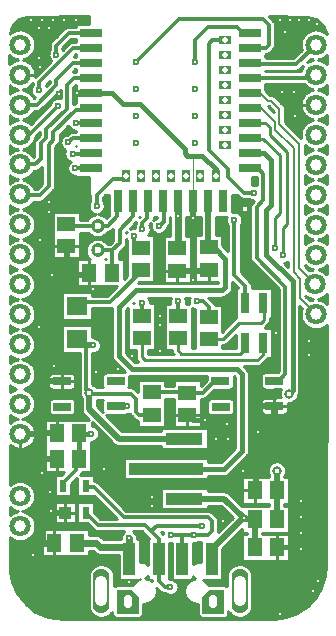
<source format=gbr>
G04 DipTrace 3.2.0.1*
G04 Âåðõíèé.gbr*
%MOIN*%
G04 #@! TF.FileFunction,Copper,L1,Top*
G04 #@! TF.Part,Single*
%AMOUTLINE0*
4,1,4,
-0.029636,0.013543,
0.029416,0.014016,
0.029636,-0.013543,
-0.029416,-0.014016,
-0.029636,0.013543,
0*%
%AMOUTLINE9*
4,1,5,
-0.035433,0.015748,
-0.035433,-0.03937,
0.035433,-0.03937,
0.035433,0.03937,
-0.011811,0.03937,
-0.035433,0.015748,
0*%
%AMOUTLINE12*
4,1,5,
-0.035433,-0.03937,
0.035433,-0.03937,
0.035433,0.015748,
0.011811,0.03937,
-0.035433,0.03937,
-0.035433,-0.03937,
0*%
%ADD15C,0.019685*%
%ADD16C,0.011811*%
%ADD17C,0.023622*%
%ADD18C,0.015748*%
%ADD48C,0.027559*%
%ADD49C,0.03937*%
G04 #@! TA.AperFunction,CopperBalancing*
%ADD10C,0.009843*%
G04 #@! TA.AperFunction,Conductor*
%ADD19C,0.003937*%
%ADD20C,0.007874*%
%ADD21C,0.017717*%
%ADD22C,0.01378*%
%ADD23R,0.059055X0.051181*%
%ADD24R,0.051181X0.059055*%
G04 #@! TA.AperFunction,ComponentPad*
%ADD27C,0.070866*%
%ADD28C,0.070866*%
%ADD30R,0.070866X0.062992*%
%ADD32R,0.031496X0.070866*%
%ADD33R,0.074803X0.031496*%
%ADD34R,0.031496X0.074803*%
G04 #@! TA.AperFunction,ComponentPad*
%ADD35R,0.043307X0.029528*%
%ADD36R,0.029528X0.043307*%
%ADD37R,0.249606X0.040157*%
%ADD38R,0.124803X0.040157*%
%ADD40R,0.03937X0.03937*%
%ADD41R,0.023622X0.03937*%
G04 #@! TA.AperFunction,ComponentPad*
%ADD42O,0.055118X0.149606*%
%ADD43R,0.03937X0.106299*%
G04 #@! TA.AperFunction,ComponentPad*
%ADD45C,0.047244*%
G04 #@! TA.AperFunction,ViaPad*
%ADD46C,0.031496*%
%ADD95OUTLINE0*%
G04 #@! TA.AperFunction,ComponentPad*
%ADD104OUTLINE9*%
%ADD107OUTLINE12*%
%FSLAX26Y26*%
G04*
G70*
G90*
G75*
G01*
G04 Top*
%LPD*%
X92122Y-625416D2*
D15*
Y-593701D1*
D16*
X38976D1*
D15*
X141583D1*
D16*
X143945Y-591339D1*
X90127Y-419081D2*
D15*
X91535Y-362205D1*
X-378811Y-609085D2*
X-261841D1*
D16*
X-253937Y-601181D1*
X-378811Y-609085D2*
D15*
X-328797D1*
Y-513979D1*
D16*
X-330407Y-512369D1*
X-247244Y-1969D2*
D17*
X-295945D1*
Y-2185D1*
X-378811Y-609085D2*
D15*
X-411811Y-642085D1*
Y-780580D1*
Y-962333D1*
X-345808D1*
X-410793D2*
Y-1137402D1*
Y-1135353D1*
Y-1221602D1*
Y-1269148D1*
Y-1401325D1*
X-383236D1*
X-333762D1*
X-410793Y-1135353D2*
D17*
Y-1501042D1*
X-371541D1*
X-484252Y-1137402D2*
D15*
X-410793D1*
X166535Y-279528D2*
D18*
Y-254874D1*
X122385Y-210723D1*
X91133D1*
X71455D1*
X63318Y-202585D1*
Y-187093D1*
X-84661Y-39114D1*
X-142959D1*
X-180105Y-1969D1*
X-247244D1*
X-411522Y-1269148D2*
D16*
X-410793D1*
X-362455Y-1221602D2*
D15*
X-410793D1*
X-362409Y-1135353D2*
X-410793D1*
X296732Y-1325835D2*
X302261D1*
Y-1138430D1*
X314545Y-1126147D1*
X362344D1*
Y-1045542D1*
X263332Y-386940D2*
Y-551567D1*
X369866Y-658101D1*
Y-802106D1*
Y-876324D1*
X294903Y-951287D1*
Y-1039276D1*
X301169Y-1045542D1*
X362344D1*
X371535Y-1516535D2*
D18*
X414163D1*
X435786Y-1494912D1*
Y-1255281D1*
X364770Y-1184265D1*
Y-1045542D1*
X362344D1*
X-420681Y113808D2*
D15*
X-420310Y215560D1*
X91535Y-362205D2*
D16*
X91133D1*
D19*
Y-210723D1*
X307903Y-1131230D2*
D15*
X302261Y-1138430D1*
X130756Y-1092671D2*
D18*
X90308D1*
D16*
X72835Y-1075197D1*
X-422256Y-780580D2*
D15*
X-411811D1*
X-382429Y-1393289D2*
X-383236Y-1401325D1*
X368829Y-802106D2*
X369866D1*
X280315Y-51969D2*
D20*
X319597D1*
X365395Y-97766D1*
Y-124366D1*
X426579Y-185550D1*
Y-599707D1*
X447364Y-620492D1*
Y-685946D1*
X500787Y-739370D1*
X280315Y48031D2*
D16*
Y49382D1*
X490327D1*
X500787Y59843D1*
X280315Y98031D2*
X298029D1*
X302465Y93596D1*
X434541D1*
X500787Y159843D1*
X280315Y-1969D2*
D20*
X315062D1*
X340264Y-27171D1*
X351990D1*
X379104Y-54285D1*
Y-105581D1*
X445058Y-171535D1*
Y-585215D1*
X499213Y-639370D1*
X-77010Y-455451D2*
D16*
Y-435067D1*
X-60820Y-418878D1*
Y-362205D1*
X-58465D1*
X-226690Y-443598D2*
X-192811D1*
X-161417Y-412205D1*
Y-365157D1*
X-158465Y-362205D1*
X-330407Y-437566D2*
X-321516Y-446457D1*
X-229549D1*
X-226690Y-443598D1*
Y-526276D2*
X-176915D1*
X-152756Y-502117D1*
Y-456693D1*
X-108465Y-412402D1*
Y-362205D1*
X-179134Y-601181D2*
X-176915D1*
Y-526276D1*
X41412Y-412310D2*
D17*
X41535Y-362205D1*
X41412Y-412310D2*
X42033D1*
Y-515841D1*
D16*
X38976Y-518898D1*
X229247Y-423810D2*
Y-607077D1*
X265748Y-643579D1*
Y-700787D1*
X-242711Y-842913D2*
D15*
X-295276D1*
Y-822835D1*
D16*
Y-811537D1*
X-265751Y-841062D1*
Y-981857D1*
Y-991517D1*
X-253696Y-1003572D1*
X-116112D1*
X-98071Y-1021613D1*
Y-1064538D1*
X-88593Y-1074016D1*
X-46457D1*
X-255184Y-1001177D2*
X-265751Y-981857D1*
X-255184Y-1001177D2*
D15*
Y-1054122D1*
X-154832Y-1154474D1*
X62402D1*
X141535Y-362205D2*
Y-514126D1*
X143945Y-516535D1*
X0Y-1254474D2*
D21*
X194315D1*
X254594Y-1194194D1*
Y-939176D1*
X236917Y-921499D1*
X-112546D1*
X-154676Y-879369D1*
Y-715390D1*
X-98499Y-659213D1*
X188681D1*
X198307Y-649587D1*
Y-553322D1*
X161521Y-516535D1*
X143945D1*
X-106470Y-477094D2*
D16*
Y-516929D1*
X-82283D1*
X-22455Y-444276D2*
X-20689D1*
X-6730Y-430316D1*
Y-362205D1*
X-8465D1*
X-78827Y-700486D2*
X-79528Y-701186D1*
Y-743701D1*
X-295276Y-712598D2*
Y-704034D1*
X-290009Y-698768D1*
X-184899D1*
X-80073Y-593942D1*
X-82283Y-591732D1*
X143937Y-747638D2*
Y-714051D1*
X126301Y-696415D1*
X103486D1*
X143937Y-822441D2*
D10*
X191487D1*
X246098Y-767829D1*
X318647D1*
X326663Y-759814D1*
Y-702647D1*
X324803Y-700787D1*
X42126Y-818898D2*
Y-859843D1*
X52999Y-870715D1*
X249042D1*
X265748Y-854009D1*
Y-834646D1*
X-79528Y-818504D2*
Y-879921D1*
X-66970Y-892479D1*
X306194D1*
X324803Y-873870D1*
Y-834646D1*
X41479Y-696530D2*
D16*
X42126Y-744094D1*
X-300318Y-251969D2*
X-247244D1*
X-484252Y-140157D2*
X-456379D1*
X-359822Y-43600D1*
X-357264D1*
X-298944Y-100614D2*
X-248598D1*
X-247244Y-101969D1*
Y198031D2*
X-323388D1*
X-364660Y156760D1*
Y125206D1*
X-363542Y126324D1*
X-323738Y-166147D2*
X-309559Y-151969D1*
X-247244D1*
X-310075Y-203970D2*
X-249245D1*
X-247244Y-201969D1*
X-133465Y-279528D2*
Y-288682D1*
X-176829D1*
X-229774Y-341627D1*
Y-378373D1*
X-127421Y-1045345D2*
X-166003D1*
Y-1045542D1*
X295240Y-334184D2*
X261723D1*
X209777Y-282238D1*
Y-255942D1*
X144971Y-191136D1*
Y163445D1*
X155549Y174022D1*
X195676D1*
X197638Y175984D1*
X361667Y-960899D2*
X376627D1*
X397913Y-939613D1*
Y-646576D1*
X304052Y-552715D1*
Y-380738D1*
X325556Y-359235D1*
Y-270487D1*
X307038Y-251969D1*
X280315D1*
X72835Y-1000394D2*
X124188D1*
X162249Y-962332D1*
X182538D1*
X-46457Y-999213D2*
X72835D1*
Y-1000394D1*
X154331Y-1555118D2*
D15*
Y-1521949D1*
X254232Y-1422047D1*
X282283D1*
X296732D1*
Y-1516535D1*
X260601Y-1419625D2*
X282283Y-1422047D1*
X62402Y-1354474D2*
X195450D1*
X260601Y-1419625D1*
X-247948Y-1137148D2*
D18*
X-285811D1*
D16*
X-287606Y-1135353D1*
D18*
X-287652Y-1221602D1*
X-341636Y-1310774D2*
D16*
Y-1301374D1*
D22*
X-299667Y-1259404D1*
Y-1233617D1*
D16*
X-287652Y-1221602D1*
X370883Y-1260071D2*
D15*
Y-1409358D1*
X358194Y-1422047D1*
X371535D1*
Y-1325835D2*
D18*
Y-1422047D1*
X411601Y-1003993D2*
X423247Y-992348D1*
Y-629768D1*
X335365Y-541886D1*
Y-391138D1*
X352814Y-373689D1*
Y-225088D1*
X329694Y-201969D1*
X280315D1*
X17762Y-1475770D2*
D16*
X55906Y-1475675D1*
X94866D1*
X365837Y-519068D2*
D10*
Y-418576D1*
X381349Y-403064D1*
Y-209655D1*
X325238Y-153543D1*
X281890D1*
X280315Y-151969D1*
X94866Y-1475675D2*
D16*
X140316D1*
X153755Y-1462236D1*
Y-1427049D1*
X141325Y-1414619D1*
X-139274D1*
X-238898Y-1314996D1*
X-262612D1*
X-266833Y-1310774D1*
X55906Y-1555118D2*
Y-1475675D1*
X391622Y-541669D2*
D10*
Y-452213D1*
X404009Y-439825D1*
Y-198198D1*
X348031Y-142220D1*
Y-115864D1*
X332955Y-100787D1*
X281496D1*
X280315Y-101969D1*
X-22835Y-1555118D2*
D16*
Y-1628487D1*
X-2745Y-1648576D1*
X16365D1*
X-22835Y-1555118D2*
Y-1488361D1*
X-48283Y-1462912D1*
X-69392Y-1441803D1*
X-226356D1*
X-266833Y-1401325D1*
X121188Y-1444146D2*
X-29517D1*
X-48283Y-1462912D1*
X-121260Y-1555118D2*
D17*
Y-1514886D1*
X-217962D1*
X-231806Y-1501042D1*
X-296738D1*
X-122186Y-1485601D2*
Y-1554192D1*
D16*
X-121260Y-1555118D1*
X280315Y198031D2*
X259049D1*
X237539Y219541D1*
X141774D1*
X98925Y176692D1*
Y101970D1*
X280315Y148031D2*
X333394D1*
X343579Y158217D1*
Y226367D1*
X323997Y245949D1*
X46026D1*
X-98031Y101891D1*
X-484252Y-40157D2*
X-429533D1*
X-365353Y24022D1*
Y42487D1*
X-308782Y99058D1*
X-248270D1*
X-247244Y98031D1*
Y148031D2*
X-309656D1*
X-321424Y136264D1*
Y134798D1*
X-421087Y35135D1*
Y9518D1*
X-422549Y8056D1*
X-484252Y-239764D2*
X-433534D1*
X-416400Y-222630D1*
Y-169759D1*
X-397812Y-151171D1*
Y-122482D1*
X-328752Y-53421D1*
Y26194D1*
X-306403Y48543D1*
X-247756D1*
X-247244Y48031D1*
Y-51969D2*
Y-57256D1*
X-299003D1*
X-373698Y-131951D1*
Y-157337D1*
X-389664Y-173303D1*
Y-312762D1*
X-420066Y-343164D1*
X-480852D1*
X-484252Y-339764D1*
D17*
X307903Y-1131230D3*
X-420681Y113808D3*
X-420310Y215560D3*
X307903Y-1131230D3*
X-363542Y126324D3*
X98925Y101970D3*
X-98031Y101891D3*
X97883Y12411D3*
X-98055Y12081D3*
X-422549Y8056D3*
X-295945Y-2185D3*
X130756Y-1092671D3*
X-357264Y-43600D3*
X-297829Y241739D3*
X98843Y-78161D3*
X-97978Y-78601D3*
X-298944Y-100614D3*
X-323738Y-166147D3*
X98894Y-168870D3*
X-97858Y-169295D3*
X-310075Y-203970D3*
X-300318Y-251969D3*
X-229774Y-378373D3*
X41412Y-412310D3*
X-77010Y-455451D3*
X90127Y-419081D3*
X229247Y-423810D3*
X-22455Y-444276D3*
X-106470Y-477094D3*
X295240Y-334184D3*
X391622Y-541669D3*
X365837Y-519068D3*
D46*
X263332Y-386940D3*
D17*
X-378811Y-609085D3*
X92122Y-625416D3*
X41479Y-696530D3*
X103486Y-696415D3*
X-78827Y-700486D3*
X-242711Y-842913D3*
D46*
X-255184Y-1001177D3*
D17*
X-127421Y-1045345D3*
X-247948Y-1137148D3*
D46*
X370883Y-1260071D3*
D17*
X-411522Y-1269148D3*
X260601Y-1419625D3*
X121188Y-1444146D3*
X94866Y-1475675D3*
X17762Y-1475770D3*
X-122186Y-1485601D3*
X16365Y-1648576D3*
D46*
X411601Y-1003993D3*
D17*
X-337552Y241701D3*
X-374743Y241236D3*
X-410917Y241827D3*
X-447299Y241277D3*
X-387862Y216367D3*
X-419457Y86319D3*
X-356348Y-6391D3*
X-389375Y-363428D3*
X-389869Y-397696D3*
X-241577Y-653434D3*
X-422256Y-780580D3*
X-418774Y-491370D3*
X-372635Y-912843D3*
X-159986Y-922034D3*
X-19941Y-744612D3*
X-19686Y-774849D3*
X-112424Y-878450D3*
X-231766Y-930311D3*
X-18428Y-863051D3*
X-383605Y-1331692D3*
X-441568Y-1542265D3*
X-382429Y-1393289D3*
X-45344Y-1348064D3*
X-44832Y-1377881D3*
X-205609Y-1255349D3*
X-121638Y-1631667D3*
X490773Y-1660370D3*
X506735Y-1627562D3*
X382594Y-1736627D3*
X452644Y-1520269D3*
X451759Y-1468840D3*
X450871Y-1415636D3*
Y-1360660D3*
X191140Y-1429488D3*
X205867Y-1105224D3*
X208794Y-1155944D3*
X168803D3*
X368829Y-802106D3*
X478921Y-829346D3*
X476970Y-876165D3*
X258421Y-1261699D3*
X428064Y3055D3*
X387760D3*
X430483Y-76749D3*
X381646Y242906D3*
X414050Y242261D3*
X446240Y241777D3*
X476764Y240541D3*
X504440Y229848D3*
X399761Y201835D3*
X-488159Y244449D2*
D10*
X-255945D1*
X356260D2*
X502487D1*
X-497866Y234738D2*
X-255925D1*
X363892D2*
X513425D1*
X-507575Y225026D2*
X-300793D1*
X365622D2*
X524383D1*
X-512765Y215315D2*
X-336415D1*
X365622D2*
X528285D1*
X-515706Y205604D2*
X-506814D1*
X-461688D2*
X-346584D1*
X365622D2*
X478227D1*
X523353D2*
X531938D1*
X-447769Y195892D2*
X-356291D1*
X365622D2*
X464308D1*
X-440080Y186181D2*
X-366020D1*
X365622D2*
X456600D1*
X-435486Y176470D2*
X-375727D1*
X-314184D2*
X-300793D1*
X365622D2*
X452025D1*
X-433160Y166759D2*
X-384185D1*
X-323892D2*
X-320273D1*
X365622D2*
X449680D1*
X-432756Y157047D2*
X-386703D1*
X365604D2*
X449295D1*
X-434256Y147336D2*
X-386703D1*
X362604D2*
X450776D1*
X-437812Y137625D2*
X-389010D1*
X353761D2*
X447795D1*
X-444021Y127913D2*
X-391451D1*
X340613D2*
X438088D1*
X-519243Y118202D2*
X-513962D1*
X-454537D2*
X-390241D1*
X333865D2*
X428379D1*
X530504D2*
X536568D1*
X-519243Y108491D2*
X-499123D1*
X-469377D2*
X-384762D1*
X480215D2*
X485900D1*
X515663D2*
X536551D1*
X-450961Y98780D2*
X-388222D1*
X-441965Y89068D2*
X-397930D1*
X-436601Y79357D2*
X-407638D1*
X-433640Y69646D2*
X-417346D1*
X-307417D2*
X-300795D1*
X-432678Y59934D2*
X-427054D1*
X-394655Y30801D2*
X-389335D1*
X-450749Y21089D2*
X-447143D1*
X333865D2*
X467289D1*
X-519167Y11378D2*
X-499739D1*
X-468762D2*
X-450295D1*
X-306706D2*
X-300791D1*
X333865D2*
X485302D1*
X516278D2*
X536493D1*
X-519167Y1667D2*
X-513714D1*
X-454806D2*
X-449719D1*
X-356938D2*
X-350794D1*
X-306706D2*
X-300791D1*
X339420D2*
X471345D1*
X530235D2*
X536493D1*
X-366646Y-8045D2*
X-350794D1*
X-306706D2*
X-300791D1*
X349129D2*
X460714D1*
X-376354Y-17756D2*
X-365962D1*
X-306706D2*
X-300791D1*
X370563D2*
X454448D1*
X-386062Y-27467D2*
X-379858D1*
X-306706D2*
X-300791D1*
X380270D2*
X450833D1*
X-395789Y-37178D2*
X-384436D1*
X389979D2*
X449295D1*
X-405497Y-46890D2*
X-393894D1*
X397688D2*
X449660D1*
X-415378Y-56601D2*
X-403601D1*
X399186D2*
X451967D1*
X-439965Y-66312D2*
X-413310D1*
X399186D2*
X456504D1*
X-447597Y-76024D2*
X-423017D1*
X399186D2*
X464117D1*
X-519109Y-85735D2*
X-507198D1*
X-461303D2*
X-432726D1*
X399186D2*
X477843D1*
X523718D2*
X536417D1*
X-519109Y-95446D2*
X-508908D1*
X-459592D2*
X-442433D1*
X399186D2*
X476131D1*
X525448D2*
X536417D1*
X406665Y-105157D2*
X463270D1*
X-325853Y-114869D2*
X-322825D1*
X416373D2*
X455986D1*
X-335562Y-124580D2*
X-312289D1*
X426100D2*
X451678D1*
X-345269Y-134291D2*
X-321997D1*
X435808D2*
X449545D1*
X-429450Y-144003D2*
X-421421D1*
X-351651D2*
X-340105D1*
X445516D2*
X449343D1*
X-434525Y-153714D2*
X-431118D1*
X-351651D2*
X-348652D1*
X-444906Y-173136D2*
X-438450D1*
X-358726D2*
X-350774D1*
X-519051Y-182848D2*
X-512374D1*
X-456113D2*
X-438454D1*
X-367626D2*
X-345892D1*
X465143D2*
X472665D1*
X528908D2*
X536360D1*
X-519031Y-192559D2*
X-503430D1*
X-465071D2*
X-438454D1*
X-367626D2*
X-335492D1*
X465143D2*
X482668D1*
X518912D2*
X536360D1*
X-449307Y-202270D2*
X-438454D1*
X-367626D2*
X-337971D1*
X-367626Y-211982D2*
X-336819D1*
X-367626Y-221693D2*
X-331378D1*
X-367626Y-231404D2*
X-318748D1*
X-367626Y-241115D2*
X-325995D1*
X-367626Y-250827D2*
X-328244D1*
X-429084Y-260538D2*
X-411714D1*
X-367626D2*
X-326879D1*
X-442887Y-270249D2*
X-411714D1*
X-367626D2*
X-321131D1*
X-518974Y-279961D2*
X-515938D1*
X-452556D2*
X-411714D1*
X-367626D2*
X-300793D1*
X465143D2*
X468589D1*
X533003D2*
X536303D1*
X-518974Y-289672D2*
X-493510D1*
X-474991D2*
X-411714D1*
X-367626D2*
X-255483D1*
X289573D2*
X303503D1*
X465143D2*
X489434D1*
X512146D2*
X536282D1*
X-518974Y-299383D2*
X-515715D1*
X-452787D2*
X-411714D1*
X-367626D2*
X-255483D1*
X289573D2*
X303503D1*
X465143D2*
X469873D1*
X531715D2*
X536273D1*
X-443041Y-309094D2*
X-416769D1*
X-367626D2*
X-255463D1*
X-437215Y-318806D2*
X-426478D1*
X-368510D2*
X-255463D1*
X-374643Y-328517D2*
X-255463D1*
X-384350Y-338228D2*
X-255445D1*
X-394077Y-347940D2*
X-251831D1*
X-205320D2*
X-190353D1*
X223425D2*
X244717D1*
X-403786Y-357651D2*
X-251831D1*
X-207723D2*
X-190353D1*
X223425D2*
X280972D1*
X-440869Y-367362D2*
X-255387D1*
X-204167D2*
X-190353D1*
X223425D2*
X286798D1*
X-449096Y-377073D2*
X-257694D1*
X-201861D2*
X-190353D1*
X223425D2*
X282319D1*
X-518916Y-386785D2*
X-503911D1*
X-464610D2*
X-256387D1*
X-203168D2*
X-190353D1*
X223425D2*
X282010D1*
X465143D2*
X480168D1*
X521391D2*
X536224D1*
X-518898Y-396496D2*
X-511436D1*
X-457055D2*
X-250735D1*
X-208819D2*
X-190353D1*
X223425D2*
X282010D1*
X465143D2*
X474248D1*
X527332D2*
X536224D1*
X-445406Y-406207D2*
X-376073D1*
X-284734D2*
X-237951D1*
X-215413D2*
X-190353D1*
X250665D2*
X282010D1*
X-438657Y-415919D2*
X-376073D1*
X-284734D2*
X-254829D1*
X-38766D2*
X-28778D1*
X69982D2*
X115552D1*
X167522D2*
X202483D1*
X256028D2*
X282010D1*
X-434698Y-425630D2*
X-376073D1*
X69982D2*
X115552D1*
X167522D2*
X201348D1*
X257143D2*
X282010D1*
X-432871Y-435341D2*
X-376073D1*
X69982D2*
X115552D1*
X167522D2*
X203886D1*
X254605D2*
X282010D1*
X-432949Y-445052D2*
X-376073D1*
X-110336D2*
X-102886D1*
X9311D2*
X14073D1*
X69982D2*
X115552D1*
X167522D2*
X207193D1*
X251299D2*
X282010D1*
X-434948Y-454764D2*
X-376073D1*
X3371D2*
X14071D1*
X69982D2*
X115552D1*
X167522D2*
X207193D1*
X251299D2*
X282010D1*
X-439119Y-464475D2*
X-376073D1*
X-189038D2*
X-174802D1*
X-50609D2*
X-41312D1*
X-3606D2*
X14071D1*
X69982D2*
X115552D1*
X167522D2*
X207193D1*
X251299D2*
X282010D1*
X-446193Y-474186D2*
X-376073D1*
X-284734D2*
X-251504D1*
X-201861D2*
X-174802D1*
X-56626D2*
X14071D1*
X69982D2*
X115552D1*
X167522D2*
X207193D1*
X251299D2*
X282010D1*
X-518840Y-483898D2*
X-509966D1*
X-458535D2*
X-376073D1*
X-284734D2*
X-174802D1*
X-36614D2*
X-6690D1*
X84650D2*
X98272D1*
X189610D2*
X207193D1*
X251299D2*
X282010D1*
X465143D2*
X474382D1*
X527197D2*
X536167D1*
X-518840Y-493609D2*
X-505949D1*
X-462552D2*
X-376073D1*
X-284734D2*
X-248581D1*
X-204802D2*
X-175013D1*
X-36614D2*
X-6690D1*
X84650D2*
X98272D1*
X189610D2*
X207193D1*
X251299D2*
X282010D1*
X465143D2*
X479996D1*
X521584D2*
X536148D1*
X-448173Y-503320D2*
X-376073D1*
X-284734D2*
X-258924D1*
X-194459D2*
X-184740D1*
X-36614D2*
X-6690D1*
X84650D2*
X98272D1*
X189610D2*
X207193D1*
X251299D2*
X282010D1*
X-440311Y-513031D2*
X-376073D1*
X-284734D2*
X-264114D1*
X-133751D2*
X-128531D1*
X-36614D2*
X-6690D1*
X84650D2*
X98272D1*
X192975D2*
X207193D1*
X251299D2*
X282010D1*
X-435621Y-522743D2*
X-376073D1*
X-284734D2*
X-266286D1*
X-142613D2*
X-127953D1*
X-36614D2*
X-6690D1*
X84650D2*
X98272D1*
X202682D2*
X207193D1*
X251299D2*
X282010D1*
X-433218Y-532454D2*
X-376073D1*
X-284734D2*
X-265959D1*
X-152322D2*
X-127953D1*
X-36614D2*
X-6690D1*
X84650D2*
X98272D1*
X251299D2*
X282010D1*
X-432736Y-542165D2*
X-376073D1*
X-284734D2*
X-263058D1*
X-154858D2*
X-127953D1*
X-36614D2*
X-6690D1*
X84650D2*
X98272D1*
X251299D2*
X282010D1*
X-434140Y-551877D2*
X-376073D1*
X-284734D2*
X-256810D1*
X-154858D2*
X-127953D1*
X-36614D2*
X-6690D1*
X84650D2*
X98272D1*
X251299D2*
X282010D1*
X-437619Y-561588D2*
X-295660D1*
X-137403D2*
X-127953D1*
X-36614D2*
X-6690D1*
X84650D2*
X98272D1*
X251299D2*
X283971D1*
X-443714Y-571299D2*
X-295660D1*
X-137403D2*
X-127953D1*
X-36614D2*
X-6690D1*
X84650D2*
X98272D1*
X251299D2*
X291873D1*
X398341D2*
X406504D1*
X-518782Y-581010D2*
X-514534D1*
X-453979D2*
X-295660D1*
X-137403D2*
X-127953D1*
X-36614D2*
X-6690D1*
X84650D2*
X98272D1*
X251299D2*
X301580D1*
X531618D2*
X536097D1*
X-518782Y-590722D2*
X-500699D1*
X-470954D2*
X-295660D1*
X-137403D2*
X-127953D1*
X-36614D2*
X-6690D1*
X84650D2*
X98272D1*
X251299D2*
X311289D1*
X478562D2*
X484340D1*
X514087D2*
X536091D1*
X-452537Y-600433D2*
X-295660D1*
X-137403D2*
X-127953D1*
X-36614D2*
X-6690D1*
X84650D2*
X98272D1*
X253375D2*
X320996D1*
X532503D2*
X536088D1*
X-443541Y-610144D2*
X-295660D1*
X-137403D2*
X-127953D1*
X-36614D2*
X-6690D1*
X84650D2*
X98272D1*
X263083D2*
X330705D1*
X-438157Y-619856D2*
X-295660D1*
X-36614D2*
X-6690D1*
X84650D2*
X98272D1*
X272791D2*
X340412D1*
X-435217Y-629567D2*
X-295660D1*
X-36614D2*
X-6690D1*
X84650D2*
X98272D1*
X282461D2*
X350139D1*
X-434256Y-639278D2*
X-295660D1*
X223310D2*
X230684D1*
X287344D2*
X359848D1*
X-435178Y-648990D2*
X-165900D1*
X223310D2*
X240391D1*
X287786D2*
X369555D1*
X-438100Y-658701D2*
X-175609D1*
X221503D2*
X233856D1*
X356702D2*
X375861D1*
X-443425Y-668412D2*
X-346853D1*
X-243692D2*
X-185316D1*
X214428D2*
X233856D1*
X356702D2*
X375861D1*
X-452325Y-678123D2*
X-346853D1*
X204470D2*
X233856D1*
X356702D2*
X375861D1*
X532714D2*
X536017D1*
X-518705Y-687835D2*
X-501315D1*
X-470339D2*
X-346853D1*
X-54030D2*
X14975D1*
X67982D2*
X76933D1*
X148491D2*
X233856D1*
X356702D2*
X375861D1*
X477235D2*
X483724D1*
X514702D2*
X536013D1*
X-518705Y-697546D2*
X-513714D1*
X-454806D2*
X-346853D1*
X-51031D2*
X13552D1*
X69404D2*
X75549D1*
X158199D2*
X233856D1*
X356702D2*
X375861D1*
X530235D2*
X536026D1*
X-444175Y-707257D2*
X-346853D1*
X-33865D2*
X-3538D1*
X189610D2*
X233856D1*
X356702D2*
X375861D1*
X-437908Y-716969D2*
X-346853D1*
X-33865D2*
X-3538D1*
X189610D2*
X233856D1*
X356702D2*
X375861D1*
X447265D2*
X450404D1*
X-434294Y-726680D2*
X-346853D1*
X-243692D2*
X-179684D1*
X-129676D2*
X-125189D1*
X-33865D2*
X-3538D1*
X87802D2*
X98272D1*
X189610D2*
X233856D1*
X356702D2*
X375861D1*
X447265D2*
X450833D1*
X-432756Y-736391D2*
X-346853D1*
X-243692D2*
X-179684D1*
X-129676D2*
X-125189D1*
X-33865D2*
X-3538D1*
X87802D2*
X98272D1*
X189610D2*
X233856D1*
X356702D2*
X375861D1*
X-433121Y-746102D2*
X-346853D1*
X-243692D2*
X-179684D1*
X-129676D2*
X-125189D1*
X-33865D2*
X-3538D1*
X87802D2*
X98272D1*
X189610D2*
X233856D1*
X356702D2*
X375861D1*
X-435428Y-755814D2*
X-346853D1*
X-243692D2*
X-179684D1*
X-129676D2*
X-125189D1*
X-33865D2*
X-3538D1*
X87802D2*
X98272D1*
X189610D2*
X228741D1*
X347726D2*
X375861D1*
X447265D2*
X451969D1*
X-439965Y-765525D2*
X-179684D1*
X-129676D2*
X-125189D1*
X-33865D2*
X-3538D1*
X87802D2*
X98272D1*
X189610D2*
X219014D1*
X346899D2*
X375861D1*
X447265D2*
X456504D1*
X-447597Y-775236D2*
X-179684D1*
X-129676D2*
X-125189D1*
X-33865D2*
X-3538D1*
X87802D2*
X98272D1*
X189610D2*
X209307D1*
X340613D2*
X375861D1*
X447265D2*
X464117D1*
X-518647Y-784948D2*
X-507198D1*
X-461303D2*
X-346853D1*
X-243692D2*
X-179684D1*
X-129676D2*
X-125189D1*
X-33865D2*
X-3538D1*
X87802D2*
X98272D1*
X189610D2*
X199598D1*
X356702D2*
X375861D1*
X447265D2*
X477843D1*
X523718D2*
X535955D1*
X-518647Y-794659D2*
X-510486D1*
X-461168D2*
X-346853D1*
X-243692D2*
X-179684D1*
X-129676D2*
X-125189D1*
X-33865D2*
X-3538D1*
X87802D2*
X98272D1*
X356702D2*
X375861D1*
X447265D2*
X535955D1*
X-448308Y-804370D2*
X-346853D1*
X-243692D2*
X-179684D1*
X-129676D2*
X-125189D1*
X-33865D2*
X-3538D1*
X87802D2*
X98272D1*
X356702D2*
X375861D1*
X447265D2*
X535936D1*
X-441022Y-814081D2*
X-346853D1*
X-243692D2*
X-179684D1*
X-129676D2*
X-125189D1*
X-33865D2*
X-3538D1*
X87802D2*
X98272D1*
X229231D2*
X233856D1*
X356702D2*
X375861D1*
X447265D2*
X535936D1*
X-436717Y-823793D2*
X-346853D1*
X-222699D2*
X-179684D1*
X-129676D2*
X-125189D1*
X-33865D2*
X-3538D1*
X87802D2*
X98272D1*
X219522D2*
X233856D1*
X356702D2*
X375861D1*
X447265D2*
X535936D1*
X-434601Y-833504D2*
X-346853D1*
X-216451D2*
X-179684D1*
X-129676D2*
X-125189D1*
X-33865D2*
X-3538D1*
X87802D2*
X98272D1*
X209795D2*
X233856D1*
X356702D2*
X375861D1*
X447265D2*
X535917D1*
X-434390Y-843215D2*
X-346853D1*
X-214760D2*
X-179684D1*
X-129676D2*
X-125189D1*
X-33865D2*
X-3538D1*
X87802D2*
X98272D1*
X189610D2*
X233856D1*
X356702D2*
X375861D1*
X447265D2*
X535917D1*
X-436101Y-852927D2*
X-346853D1*
X-216682D2*
X-179684D1*
X-129676D2*
X-125189D1*
X-33865D2*
X-3538D1*
X356702D2*
X375861D1*
X447265D2*
X535917D1*
X-439927Y-862638D2*
X-346853D1*
X-223333D2*
X-179684D1*
X-129676D2*
X-100598D1*
X-58471D2*
X21261D1*
X356702D2*
X375861D1*
X447265D2*
X535898D1*
X-446482Y-872349D2*
X-287798D1*
X-243710D2*
X-179684D1*
X-126753D2*
X-100598D1*
X-57722D2*
X25433D1*
X356702D2*
X375861D1*
X447265D2*
X535898D1*
X-518589Y-882060D2*
X-513970D1*
X-457689D2*
X-287798D1*
X-243710D2*
X-179530D1*
X-117046D2*
X-100483D1*
X356702D2*
X375861D1*
X447265D2*
X535898D1*
X-518571Y-891772D2*
X-502373D1*
X-466129D2*
X-287798D1*
X-243710D2*
X-176224D1*
X-107319D2*
X-96715D1*
X336287D2*
X375861D1*
X447265D2*
X535879D1*
X-449749Y-901483D2*
X-287798D1*
X-243710D2*
X-167516D1*
X326579D2*
X375861D1*
X447265D2*
X535879D1*
X-441253Y-911194D2*
X-287798D1*
X-243710D2*
X-157789D1*
X314449D2*
X375861D1*
X447265D2*
X535879D1*
X-436159Y-920906D2*
X-287798D1*
X-243710D2*
X-148080D1*
X271273D2*
X375861D1*
X447265D2*
X535860D1*
X-433448Y-930617D2*
X-287798D1*
X-243710D2*
X-138373D1*
X278020D2*
X375861D1*
X447265D2*
X535860D1*
X-432678Y-940328D2*
X-389010D1*
X-302535D2*
X-287798D1*
X-243710D2*
X-210730D1*
X279596D2*
X317613D1*
X447265D2*
X535860D1*
X-433814Y-950039D2*
X-391587D1*
X-300228D2*
X-287798D1*
X-243710D2*
X-212441D1*
X-121102D2*
X136776D1*
X279596D2*
X315902D1*
X447265D2*
X535840D1*
X-436966Y-959751D2*
X-391491D1*
X-300151D2*
X-287798D1*
X-243710D2*
X-212365D1*
X-121025D2*
X-92121D1*
X-781D2*
X27163D1*
X118503D2*
X134066D1*
X279596D2*
X315979D1*
X447265D2*
X535840D1*
X-442598Y-969462D2*
X-391413D1*
X-300075D2*
X-287798D1*
X-243710D2*
X-212287D1*
X-120948D2*
X-92121D1*
X-781D2*
X27163D1*
X118503D2*
X124339D1*
X279596D2*
X316056D1*
X447265D2*
X535840D1*
X-452037Y-979173D2*
X-391106D1*
X-300402D2*
X-287798D1*
X-232503D2*
X-211634D1*
X-121659D2*
X-92121D1*
X279596D2*
X316728D1*
X447265D2*
X535822D1*
X-518513Y-988885D2*
X-501142D1*
X-470512D2*
X-384723D1*
X-307399D2*
X-287798D1*
X-100033D2*
X-92121D1*
X220945D2*
X229588D1*
X279596D2*
X325379D1*
X447265D2*
X535822D1*
X-452383Y-998596D2*
X-286971D1*
X156757D2*
X229588D1*
X279596D2*
X380186D1*
X446400D2*
X535822D1*
X-443463Y-1008307D2*
X-286241D1*
X147049D2*
X229588D1*
X279596D2*
X380013D1*
X443190D2*
X535802D1*
X-438119Y-1018018D2*
X-343739D1*
X-312185D2*
X-282088D1*
X136707D2*
X184605D1*
X216159D2*
X229588D1*
X279596D2*
X325860D1*
X440134D2*
X535802D1*
X-435178Y-1027730D2*
X-389799D1*
X-300497D2*
X-281165D1*
X-229197D2*
X-211172D1*
X-781D2*
X27163D1*
X118503D2*
X138545D1*
X279596D2*
X317171D1*
X432386D2*
X535802D1*
X-434256Y-1037441D2*
X-390875D1*
X-299535D2*
X-281165D1*
X-229197D2*
X-211730D1*
X-781D2*
X27163D1*
X118503D2*
X137469D1*
X279596D2*
X316613D1*
X407953D2*
X535782D1*
X-435197Y-1047152D2*
X-390798D1*
X-299459D2*
X-281165D1*
X-225814D2*
X-211654D1*
X-781D2*
X27163D1*
X118503D2*
X137545D1*
X279596D2*
X316690D1*
X408030D2*
X535782D1*
X-438139Y-1056864D2*
X-390722D1*
X-299382D2*
X-281012D1*
X-216105D2*
X-211581D1*
X-781D2*
X27163D1*
X118503D2*
X137622D1*
X279596D2*
X316768D1*
X408106D2*
X535782D1*
X-443503Y-1066575D2*
X-389626D1*
X-300613D2*
X-277840D1*
X-781D2*
X27163D1*
X118503D2*
X138718D1*
X279596D2*
X318517D1*
X406146D2*
X535764D1*
X-452479Y-1076286D2*
X-269362D1*
X-196671D2*
X-116534D1*
X-781D2*
X27163D1*
X118503D2*
X229588D1*
X279596D2*
X535764D1*
X-518455Y-1085997D2*
X-500873D1*
X-470781D2*
X-259655D1*
X-186962D2*
X-107383D1*
X-781D2*
X27163D1*
X118503D2*
X229588D1*
X279596D2*
X535764D1*
X-518436Y-1095709D2*
X-513892D1*
X-454613D2*
X-404139D1*
X-177255D2*
X-92121D1*
X-781D2*
X27163D1*
X118503D2*
X229588D1*
X279596D2*
X535744D1*
X-444059Y-1105420D2*
X-404139D1*
X-245883D2*
X-240219D1*
X-167546D2*
X-92121D1*
X-781D2*
X27163D1*
X118503D2*
X229588D1*
X279596D2*
X535744D1*
X-437850Y-1115131D2*
X-404139D1*
X-157839D2*
X27163D1*
X118503D2*
X229588D1*
X279596D2*
X535744D1*
X-434256Y-1124843D2*
X-404139D1*
X-148130D2*
X-16148D1*
X140936D2*
X229588D1*
X279596D2*
X535724D1*
X-432756Y-1134554D2*
X-404139D1*
X-220123D2*
X-211096D1*
X140936D2*
X229588D1*
X279596D2*
X535724D1*
X-433140Y-1144265D2*
X-404139D1*
X-220950D2*
X-201387D1*
X140936D2*
X229588D1*
X279596D2*
X535724D1*
X-435466Y-1153976D2*
X-404139D1*
X-225890D2*
X-191660D1*
X140936D2*
X229588D1*
X279596D2*
X535706D1*
X-440042Y-1163688D2*
X-404139D1*
X-242172D2*
X-181953D1*
X140936D2*
X229588D1*
X279596D2*
X535706D1*
X-447713Y-1173399D2*
X-404139D1*
X-245883D2*
X-172148D1*
X140936D2*
X229588D1*
X279596D2*
X535706D1*
X-518378Y-1183110D2*
X-506909D1*
X-461592D2*
X-404178D1*
X-245921D2*
X-16148D1*
X140936D2*
X229588D1*
X279596D2*
X535686D1*
X-518378Y-1192822D2*
X-404178D1*
X-245921D2*
X221014D1*
X279596D2*
X535686D1*
X-518378Y-1202533D2*
X-404178D1*
X-245921D2*
X211306D1*
X278097D2*
X535667D1*
X-518360Y-1212244D2*
X-404178D1*
X-245921D2*
X201598D1*
X271484D2*
X535667D1*
X-518360Y-1221955D2*
X-404178D1*
X-245921D2*
X-140949D1*
X140936D2*
X191890D1*
X261776D2*
X535667D1*
X-518360Y-1231667D2*
X-404178D1*
X-245921D2*
X-140949D1*
X252068D2*
X357714D1*
X384058D2*
X535648D1*
X-518340Y-1241378D2*
X-404178D1*
X-245921D2*
X-140949D1*
X242360D2*
X345295D1*
X396476D2*
X535648D1*
X-518340Y-1251089D2*
X-404178D1*
X-245921D2*
X-140949D1*
X232652D2*
X340336D1*
X401436D2*
X535648D1*
X-518340Y-1260801D2*
X-404178D1*
X-245921D2*
X-140949D1*
X222944D2*
X339009D1*
X402762D2*
X535629D1*
X-518320Y-1270512D2*
X-342932D1*
X-279639D2*
X-140949D1*
X213217D2*
X340816D1*
X400955D2*
X535629D1*
X-518320Y-1280223D2*
X-369594D1*
X-238886D2*
X-140949D1*
X140936D2*
X344891D1*
X396861D2*
X535629D1*
X-518320Y-1289934D2*
X-369594D1*
X-298037D2*
X-294795D1*
X-238886D2*
X255001D1*
X413259D2*
X535609D1*
X-518302Y-1299646D2*
X-508736D1*
X-462917D2*
X-369594D1*
X-307744D2*
X-294795D1*
X-223487D2*
X255001D1*
X413259D2*
X535609D1*
X-449173Y-1309357D2*
X-369594D1*
X-313685D2*
X-294795D1*
X-213760D2*
X255001D1*
X413259D2*
X535609D1*
X-441541Y-1319068D2*
X-369594D1*
X-313685D2*
X-294795D1*
X-204052D2*
X255001D1*
X413259D2*
X535591D1*
X-437004Y-1328780D2*
X-369594D1*
X-313685D2*
X-294795D1*
X-194344D2*
X-16148D1*
X140936D2*
X255001D1*
X413259D2*
X535591D1*
X-434698Y-1338491D2*
X-369594D1*
X-313685D2*
X-294795D1*
X-184636D2*
X-16148D1*
X215812D2*
X255001D1*
X413259D2*
X535591D1*
X-434332Y-1348202D2*
X-236471D1*
X-174928D2*
X-16148D1*
X225520D2*
X255001D1*
X413259D2*
X535571D1*
X-435870Y-1357913D2*
X-226744D1*
X-165201D2*
X-16148D1*
X235228D2*
X255001D1*
X413259D2*
X535571D1*
X-439484Y-1367625D2*
X-369594D1*
X-297941D2*
X-294795D1*
X-238886D2*
X-217035D1*
X-155493D2*
X-16148D1*
X244936D2*
X255001D1*
X413259D2*
X535571D1*
X-445732Y-1377336D2*
X-369594D1*
X-297941D2*
X-294795D1*
X-238886D2*
X-207328D1*
X-145785D2*
X-16148D1*
X254644D2*
X344891D1*
X396861D2*
X535552D1*
X-518244Y-1387047D2*
X-515282D1*
X-456362D2*
X-369594D1*
X-297941D2*
X-294795D1*
X-238886D2*
X-197619D1*
X-136077D2*
X-16148D1*
X140936D2*
X191678D1*
X413259D2*
X535552D1*
X-518244Y-1396759D2*
X-499701D1*
X-468801D2*
X-369594D1*
X-297941D2*
X-294795D1*
X-238886D2*
X-187912D1*
X153470D2*
X201387D1*
X413259D2*
X535552D1*
X-450769Y-1406470D2*
X-369594D1*
X-297941D2*
X-294795D1*
X-230907D2*
X-178203D1*
X163946D2*
X211114D1*
X413259D2*
X535533D1*
X-441849Y-1416181D2*
X-369594D1*
X-297941D2*
X-294795D1*
X-221199D2*
X-168476D1*
X172790D2*
X220822D1*
X413259D2*
X535533D1*
X-436524Y-1425892D2*
X-369594D1*
X-297941D2*
X-294795D1*
X175769D2*
X214055D1*
X413259D2*
X535533D1*
X-433602Y-1435604D2*
X-369594D1*
X-297941D2*
X-294795D1*
X175808D2*
X204328D1*
X413259D2*
X535513D1*
X-432678Y-1445315D2*
X-253618D1*
X175808D2*
X194619D1*
X413259D2*
X535513D1*
X-433640Y-1455026D2*
X-243911D1*
X175808D2*
X184912D1*
X413259D2*
X535513D1*
X-436581Y-1464738D2*
X-413270D1*
X-255014D2*
X-140256D1*
X-104108D2*
X-77222D1*
X247878D2*
X255001D1*
X413259D2*
X535495D1*
X-441965Y-1474449D2*
X-413270D1*
X-226332D2*
X-147735D1*
X-96650D2*
X-67514D1*
X238169D2*
X255001D1*
X413259D2*
X535495D1*
X-450961Y-1484160D2*
X-413270D1*
X-209570D2*
X-150098D1*
X-94265D2*
X-57806D1*
X228462D2*
X255001D1*
X413259D2*
X535495D1*
X-518186Y-1493871D2*
X-499163D1*
X-469339D2*
X-413270D1*
X-85442D2*
X-58652D1*
X218753D2*
X255001D1*
X413259D2*
X535475D1*
X-518167Y-1503583D2*
X-413270D1*
X-85442D2*
X-58652D1*
X12983D2*
X20088D1*
X91723D2*
X118513D1*
X209026D2*
X255001D1*
X413259D2*
X535475D1*
X-518167Y-1513294D2*
X-413270D1*
X-85442D2*
X-58652D1*
X12983D2*
X20088D1*
X91723D2*
X118513D1*
X199319D2*
X255001D1*
X413259D2*
X535475D1*
X-518167Y-1523005D2*
X-413270D1*
X-85442D2*
X-58652D1*
X12983D2*
X20088D1*
X91723D2*
X118513D1*
X190148D2*
X255001D1*
X413259D2*
X535455D1*
X-518147Y-1532717D2*
X-413270D1*
X-255014D2*
X-239259D1*
X-85442D2*
X-58652D1*
X12983D2*
X20088D1*
X91723D2*
X118513D1*
X190148D2*
X255001D1*
X413259D2*
X535455D1*
X-518147Y-1542428D2*
X-413270D1*
X-255014D2*
X-157077D1*
X-85442D2*
X-58652D1*
X12983D2*
X20088D1*
X91723D2*
X118513D1*
X190148D2*
X255001D1*
X413259D2*
X535455D1*
X-518147Y-1552139D2*
X-157077D1*
X-85442D2*
X-58652D1*
X12983D2*
X20088D1*
X91723D2*
X118513D1*
X190148D2*
X255001D1*
X413259D2*
X535437D1*
X-518129Y-1561850D2*
X-157077D1*
X-85442D2*
X-58652D1*
X12983D2*
X20088D1*
X91723D2*
X118513D1*
X190148D2*
X535437D1*
X-518129Y-1571562D2*
X-217766D1*
X-209802D2*
X-157077D1*
X12983D2*
X20088D1*
X190148D2*
X242871D1*
X250837D2*
X534955D1*
X-518129Y-1581273D2*
X-242007D1*
X-185559D2*
X-157077D1*
X12983D2*
X20088D1*
X190148D2*
X218612D1*
X275079D2*
X534206D1*
X-518109Y-1590984D2*
X-250639D1*
X-176928D2*
X-157077D1*
X12983D2*
X20088D1*
X190148D2*
X209999D1*
X283710D2*
X533475D1*
X-517340Y-1600696D2*
X-255291D1*
X-172256D2*
X-157077D1*
X12983D2*
X20088D1*
X190148D2*
X205328D1*
X288362D2*
X532745D1*
X-515283Y-1610407D2*
X-257310D1*
X-170238D2*
X-157077D1*
X12983D2*
X20088D1*
X190148D2*
X203310D1*
X290381D2*
X532014D1*
X-513226Y-1620118D2*
X-257482D1*
X-170084D2*
X-157077D1*
X12983D2*
X20088D1*
X190148D2*
X203155D1*
X290554D2*
X529016D1*
X-511150Y-1629829D2*
X-257482D1*
X-170084D2*
X-101790D1*
X36744D2*
X75375D1*
X134861D2*
X203155D1*
X290554D2*
X525806D1*
X-507651Y-1639541D2*
X-257482D1*
X-170084D2*
X-109730D1*
X42761D2*
X67436D1*
X142801D2*
X203155D1*
X290554D2*
X522594D1*
X-503403Y-1649252D2*
X-257482D1*
X44318D2*
X63188D1*
X290554D2*
X519404D1*
X-499155Y-1658963D2*
X-257482D1*
X-28424D2*
X-23126D1*
X42241D2*
X61496D1*
X290554D2*
X514060D1*
X-494906Y-1668675D2*
X-257482D1*
X-28963D2*
X-10035D1*
X35322D2*
X62034D1*
X290554D2*
X507928D1*
X-487505Y-1678386D2*
X-257482D1*
X-31866D2*
X64937D1*
X290554D2*
X501815D1*
X-479681Y-1688097D2*
X-257482D1*
X-37710D2*
X70781D1*
X290554D2*
X494529D1*
X-471837Y-1697808D2*
X-257482D1*
X-48686D2*
X81759D1*
X290554D2*
X486224D1*
X-463130Y-1707520D2*
X-257482D1*
X-74831D2*
X107459D1*
X290554D2*
X477920D1*
X-450999Y-1717231D2*
X-256617D1*
X-74831D2*
X107459D1*
X289689D2*
X466039D1*
X-438850Y-1726942D2*
X-253369D1*
X-74831D2*
X107459D1*
X286440D2*
X451064D1*
X-420280Y-1736654D2*
X-247025D1*
X-74831D2*
X107459D1*
X210602D2*
X213608D1*
X280096D2*
X434705D1*
X-398730Y-1746365D2*
X-234837D1*
X-192710D2*
X-174360D1*
X-78445D2*
X111073D1*
X206988D2*
X225782D1*
X267908D2*
X409234D1*
X-340617Y-1756076D2*
X-327379D1*
X174293Y-632087D2*
X99260D1*
Y-475787D1*
X116542D1*
X116535Y-414759D1*
X69004Y-414764D1*
X69001Y-478151D1*
X83661Y-478150D1*
Y-634449D1*
X-5709D1*
Y-478150D1*
X15072D1*
X15064Y-418050D1*
X14776Y-416521D1*
X14333Y-416339D1*
X14269Y-431969D1*
X13752Y-435234D1*
X12730Y-438377D1*
X11230Y-441322D1*
X9287Y-443996D1*
X4046Y-449329D1*
X3193Y-452610D1*
X1573Y-456520D1*
X-638Y-460127D1*
X-3386Y-463345D1*
X-6604Y-466094D1*
X-10213Y-468306D1*
X-14122Y-469925D1*
X-18236Y-470912D1*
X-22455Y-471244D1*
X-26675Y-470912D1*
X-30789Y-469925D1*
X-34699Y-468306D1*
X-38307Y-466094D1*
X-41525Y-463345D1*
X-44273Y-460127D1*
X-46484Y-456520D1*
X-48104Y-452610D1*
X-49092Y-448495D1*
X-49424Y-444276D1*
X-49092Y-440058D1*
X-48106Y-435950D1*
X-53824Y-441669D1*
X-52094Y-445131D1*
X-50786Y-449155D1*
X-50125Y-453335D1*
Y-457567D1*
X-50786Y-461747D1*
X-52094Y-465772D1*
X-54016Y-469542D1*
X-56503Y-472966D1*
X-59774Y-476178D1*
X-37598Y-476181D1*
Y-632480D1*
X-88829D1*
X-91537Y-635193D1*
X174304Y-635197D1*
X174291Y-632073D1*
X166524Y-475787D2*
X188630D1*
Y-509678D1*
X208177Y-529227D1*
X208184Y-440657D1*
X206252Y-437902D1*
X204331Y-434130D1*
X203024Y-430106D1*
X202361Y-425927D1*
Y-421694D1*
X203024Y-417514D1*
X203858Y-414770D1*
X166520Y-414764D1*
X166535Y-475798D1*
X-202407Y-556496D2*
X-197986D1*
X-199269Y-553697D1*
X-202429Y-556493D1*
X-155848Y-556496D2*
X-138386D1*
Y-622453D1*
X-126974Y-611055D1*
X-126969Y-521786D1*
X-127467Y-518581D1*
X-127533Y-493919D1*
X-129463Y-491186D1*
X-131385Y-487415D1*
X-131692Y-486585D1*
X-131757Y-503769D1*
X-132274Y-507034D1*
X-133297Y-510177D1*
X-134797Y-513122D1*
X-136739Y-515797D1*
X-151781Y-530930D1*
X-155846Y-534995D1*
X-155852Y-556514D1*
X33071Y-959646D2*
X117520D1*
Y-977274D1*
X137799Y-956995D1*
X137782Y-947722D1*
X137913Y-946534D1*
X133571Y-945514D1*
X-114430Y-945441D1*
X-118152Y-944850D1*
X-121743Y-943684D1*
X-122312Y-944392D1*
X-122106Y-946762D1*
X-121924Y-975510D1*
X-122277Y-977862D1*
X-122993Y-980131D1*
X-124059Y-982262D1*
X-120822Y-982509D1*
X-114459Y-982573D1*
X-111194Y-983091D1*
X-108051Y-984113D1*
X-105106Y-985613D1*
X-102432Y-987555D1*
X-91146Y-998751D1*
X-91142Y-958465D1*
X-1772D1*
Y-978131D1*
X28151Y-978150D1*
X28150Y-959646D1*
X33071D1*
X-434253Y-147810D2*
X-435059Y-151967D1*
X-436138Y-155791D1*
X-437512Y-159517D1*
X-439176Y-163125D1*
X-441117Y-166591D1*
X-443323Y-169894D1*
X-445782Y-173013D1*
X-448479Y-175930D1*
X-451396Y-178627D1*
X-454516Y-181087D1*
X-457819Y-183293D1*
X-461285Y-185234D1*
X-464892Y-186898D1*
X-468618Y-188272D1*
X-472442Y-189350D1*
X-475440Y-189946D1*
X-468618Y-191650D1*
X-464892Y-193024D1*
X-461285Y-194688D1*
X-457819Y-196629D1*
X-454516Y-198835D1*
X-451396Y-201294D1*
X-448479Y-203991D1*
X-445782Y-206908D1*
X-443323Y-210028D1*
X-441117Y-213331D1*
X-439592Y-216051D1*
X-437458Y-213900D1*
X-437399Y-168106D1*
X-436882Y-164841D1*
X-435860Y-161698D1*
X-434360Y-158753D1*
X-432417Y-156079D1*
X-418883Y-142454D1*
X-418875Y-132428D1*
X-434248Y-147815D1*
X-493064Y-189946D2*
X-496062Y-189350D1*
X-499886Y-188272D1*
X-503612Y-186898D1*
X-507219Y-185234D1*
X-510685Y-183293D1*
X-513988Y-181087D1*
X-517108Y-178627D1*
X-520035Y-175919D1*
X-520013Y-203996D1*
X-517108Y-201294D1*
X-513988Y-198835D1*
X-510685Y-196629D1*
X-507219Y-194688D1*
X-503612Y-193024D1*
X-499886Y-191650D1*
X-496062Y-190571D1*
X-493064Y-189975D1*
X-520077Y-104441D2*
X-517108Y-101688D1*
X-513988Y-99228D1*
X-510685Y-97022D1*
X-507219Y-95081D1*
X-503612Y-93417D1*
X-499886Y-92043D1*
X-496062Y-90965D1*
X-492167Y-90125D1*
X-496062Y-89350D1*
X-499886Y-88272D1*
X-503612Y-86898D1*
X-507219Y-85234D1*
X-510685Y-83293D1*
X-513988Y-81087D1*
X-517108Y-78627D1*
X-520098Y-75850D1*
X-520079Y-104455D1*
X-476570Y-90163D2*
X-472442Y-90965D1*
X-468618Y-92043D1*
X-464892Y-93417D1*
X-461285Y-95081D1*
X-457819Y-97022D1*
X-454516Y-99228D1*
X-451396Y-101688D1*
X-449470Y-103469D1*
X-383529Y-37520D1*
X-382180Y-33280D1*
X-380259Y-29509D1*
X-377770Y-26085D1*
X-374778Y-23093D1*
X-371354Y-20605D1*
X-367584Y-18684D1*
X-363559Y-17377D1*
X-359379Y-16714D1*
X-355148D1*
X-350969Y-17377D1*
X-349814Y-17702D1*
X-349815Y9806D1*
X-414639Y-55051D1*
X-417152Y-57198D1*
X-419970Y-58925D1*
X-423024Y-60190D1*
X-426238Y-60962D1*
X-429539Y-61220D1*
X-438241D1*
X-441117Y-66591D1*
X-443323Y-69894D1*
X-445782Y-73013D1*
X-448479Y-75930D1*
X-451396Y-78627D1*
X-454516Y-81087D1*
X-457819Y-83293D1*
X-461285Y-85234D1*
X-464892Y-86898D1*
X-468618Y-88272D1*
X-472442Y-89350D1*
X-476570Y-90152D1*
X-520140Y-4510D2*
X-517108Y-1688D1*
X-513988Y772D1*
X-510685Y2978D1*
X-507219Y4919D1*
X-503612Y6583D1*
X-499886Y7957D1*
X-496062Y9035D1*
X-491934Y9837D1*
X-497160Y10927D1*
X-501850Y12411D1*
X-506373Y14345D1*
X-510688Y16709D1*
X-514752Y19480D1*
X-518528Y22633D1*
X-520163Y24211D1*
X-520144Y-4492D1*
X-476570Y9837D2*
X-472442Y9035D1*
X-468618Y7957D1*
X-464892Y6583D1*
X-461285Y4919D1*
X-457819Y2978D1*
X-454516Y772D1*
X-451396Y-1688D1*
X-448479Y-4385D1*
X-445782Y-7302D1*
X-443323Y-10421D1*
X-441117Y-13724D1*
X-438298Y-19092D1*
X-435007Y-15844D1*
X-438400Y-13761D1*
X-441618Y-11013D1*
X-444366Y-7795D1*
X-446577Y-4188D1*
X-448197Y-277D1*
X-449185Y3837D1*
X-449517Y8056D1*
X-449185Y12276D1*
X-448197Y16390D1*
X-446577Y20301D1*
X-444366Y23908D1*
X-442152Y26549D1*
X-442150Y31799D1*
X-444944Y27995D1*
X-448223Y24328D1*
X-451843Y20996D1*
X-455769Y18033D1*
X-459965Y15463D1*
X-464388Y13315D1*
X-469001Y11605D1*
X-473759Y10352D1*
X-476546Y9844D1*
X-433671Y58858D2*
X-434005Y53950D1*
X-434325Y51685D1*
X-380588Y105421D1*
X-382612Y107255D1*
X-385360Y110472D1*
X-387571Y114080D1*
X-389190Y117991D1*
X-390178Y122105D1*
X-390510Y126324D1*
X-390178Y130543D1*
X-389190Y134657D1*
X-387571Y138568D1*
X-385723Y141633D1*
X-385659Y158412D1*
X-385142Y161677D1*
X-384119Y164820D1*
X-382619Y167765D1*
X-380677Y170440D1*
X-365635Y185573D1*
X-337068Y214049D1*
X-334394Y215991D1*
X-331449Y217491D1*
X-328306Y218513D1*
X-325041Y219030D1*
X-299801Y219094D1*
X-299803Y228937D1*
X-254954D1*
X-254961Y253591D1*
X-462608Y252955D1*
X-489081Y244499D1*
X-511782Y221810D1*
X-519577Y196066D1*
X-517108Y198312D1*
X-513988Y200772D1*
X-510685Y202978D1*
X-507219Y204919D1*
X-503612Y206583D1*
X-499886Y207957D1*
X-496062Y209035D1*
X-492167Y209810D1*
X-488222Y210277D1*
X-484252Y210433D1*
X-480282Y210277D1*
X-476337Y209810D1*
X-472442Y209035D1*
X-468618Y207957D1*
X-464892Y206583D1*
X-461285Y204919D1*
X-457819Y202978D1*
X-454516Y200772D1*
X-451396Y198312D1*
X-448479Y195615D1*
X-445782Y192698D1*
X-443323Y189579D1*
X-441117Y186276D1*
X-439176Y182810D1*
X-437512Y179202D1*
X-436138Y175476D1*
X-435059Y171652D1*
X-434285Y167757D1*
X-433818Y163812D1*
X-433661Y159843D1*
X-433818Y155873D1*
X-434285Y151928D1*
X-435059Y148033D1*
X-436138Y144209D1*
X-437512Y140483D1*
X-439176Y136875D1*
X-441117Y133409D1*
X-443323Y130106D1*
X-445782Y126987D1*
X-448479Y124070D1*
X-451396Y121373D1*
X-454516Y118913D1*
X-457819Y116707D1*
X-461285Y114766D1*
X-464892Y113102D1*
X-468618Y111728D1*
X-472442Y110650D1*
X-476570Y109848D1*
X-471799Y108877D1*
X-467096Y107436D1*
X-462555Y105545D1*
X-458219Y103220D1*
X-454129Y100487D1*
X-450324Y97369D1*
X-446839Y93896D1*
X-443709Y90102D1*
X-440962Y86021D1*
X-438623Y81693D1*
X-436717Y77159D1*
X-435260Y72459D1*
X-434266Y67642D1*
X-433745Y62751D1*
X-433671Y58858D1*
X-520213Y95423D2*
X-516265Y99016D1*
X-512310Y101940D1*
X-508088Y104466D1*
X-503642Y106570D1*
X-499012Y108232D1*
X-494241Y109437D1*
X-492167Y109875D1*
X-496062Y110650D1*
X-499886Y111728D1*
X-503612Y113102D1*
X-507219Y114766D1*
X-510685Y116707D1*
X-513988Y118913D1*
X-517108Y121373D1*
X-520224Y124286D1*
X-520210Y95432D1*
X537350Y-175076D2*
X533643Y-178627D1*
X530524Y-181087D1*
X527220Y-183293D1*
X523755Y-185234D1*
X520147Y-186898D1*
X516421Y-188272D1*
X512597Y-189350D1*
X508702Y-190190D1*
X512597Y-190965D1*
X516421Y-192043D1*
X520147Y-193417D1*
X523755Y-195081D1*
X527220Y-197022D1*
X530524Y-199228D1*
X533643Y-201688D1*
X537329Y-205217D1*
X537350Y-175114D1*
X493105Y-190152D2*
X488978Y-189350D1*
X485154Y-188272D1*
X481428Y-186898D1*
X477820Y-185234D1*
X474354Y-183293D1*
X471051Y-181087D1*
X467932Y-178627D1*
X464161Y-175008D1*
X464152Y-205273D1*
X467932Y-201688D1*
X471051Y-199228D1*
X474354Y-197022D1*
X477820Y-195081D1*
X481428Y-193417D1*
X485154Y-192043D1*
X488978Y-190965D1*
X493105Y-190163D1*
X451374Y-150857D2*
X450820Y-148072D1*
X450353Y-144127D1*
X450197Y-140157D1*
X450353Y-136188D1*
X450820Y-132243D1*
X451594Y-128348D1*
X452673Y-124524D1*
X454047Y-120798D1*
X455711Y-117190D1*
X457652Y-113724D1*
X459858Y-110421D1*
X462318Y-107302D1*
X465014Y-104385D1*
X467932Y-101688D1*
X471051Y-99228D1*
X474354Y-97022D1*
X477820Y-95081D1*
X481428Y-93417D1*
X485154Y-92043D1*
X488978Y-90965D1*
X493105Y-90163D1*
X487879Y-89073D1*
X483189Y-87589D1*
X478667Y-85655D1*
X474352Y-83291D1*
X470287Y-80520D1*
X466512Y-77367D1*
X463059Y-73862D1*
X459965Y-70039D1*
X457256Y-65933D1*
X454958Y-61583D1*
X453093Y-57030D1*
X451680Y-52319D1*
X450731Y-47492D1*
X450256Y-42596D1*
X450257Y-37676D1*
X450738Y-32781D1*
X451690Y-27954D1*
X453108Y-23243D1*
X454976Y-18693D1*
X457277Y-14345D1*
X459991Y-10241D1*
X463089Y-6420D1*
X466543Y-2919D1*
X470323Y232D1*
X474388Y3000D1*
X478705Y5360D1*
X483231Y7289D1*
X487921Y8770D1*
X493088Y9841D1*
X488978Y10650D1*
X485154Y11728D1*
X481428Y13102D1*
X477820Y14766D1*
X474354Y16707D1*
X471051Y18913D1*
X467932Y21373D1*
X465014Y24070D1*
X461270Y28315D1*
X332866Y28319D1*
X332874Y7234D1*
X348178Y-8081D1*
X353488Y-8135D1*
X356448Y-8604D1*
X359297Y-9529D1*
X361966Y-10890D1*
X364391Y-12651D1*
X386370Y-34547D1*
X393623Y-41883D1*
X395385Y-44308D1*
X396745Y-46978D1*
X397671Y-49827D1*
X398139Y-52786D1*
X398198Y-83812D1*
Y-97673D1*
X451341Y-150815D1*
X508470Y-90163D2*
X512597Y-90965D1*
X516421Y-92043D1*
X520147Y-93417D1*
X523755Y-95081D1*
X527220Y-97022D1*
X530524Y-99228D1*
X533643Y-101688D1*
X537392Y-105285D1*
X537417Y-75037D1*
X533946Y-78366D1*
X530079Y-81406D1*
X525934Y-84055D1*
X521551Y-86290D1*
X516972Y-88089D1*
X512241Y-89434D1*
X508493Y-90156D1*
X508491Y9843D2*
X513240Y8877D1*
X517944Y7436D1*
X522484Y5545D1*
X526820Y3220D1*
X530911Y487D1*
X534715Y-2631D1*
X537465Y-5312D1*
X537484Y25004D1*
X533643Y21373D1*
X530524Y18913D1*
X527220Y16707D1*
X523755Y14766D1*
X520147Y13102D1*
X516421Y11728D1*
X512597Y10650D1*
X508470Y9848D1*
X451356Y70450D2*
X452673Y75476D1*
X454047Y79202D1*
X455711Y82810D1*
X458954Y88224D1*
X448220Y77579D1*
X445546Y75636D1*
X442601Y74136D1*
X439458Y73114D1*
X436193Y72597D1*
X414856Y72533D1*
X332866D1*
X334449Y70445D1*
X451310D1*
X472406Y101676D2*
X477820Y104919D1*
X481428Y106583D1*
X485154Y107957D1*
X488978Y109035D1*
X492873Y109875D1*
X488978Y110650D1*
X483189Y112453D1*
X472550Y101818D1*
X508470Y109837D2*
X512597Y109035D1*
X516421Y107957D1*
X520147Y106583D1*
X523755Y104919D1*
X527220Y102978D1*
X530524Y100772D1*
X533643Y98312D1*
X537539Y94555D1*
X537552Y125083D1*
X533643Y121373D1*
X530524Y118913D1*
X527220Y116707D1*
X523755Y114766D1*
X520147Y113102D1*
X516421Y111728D1*
X512597Y110650D1*
X508470Y109848D1*
X453398Y142244D2*
X451594Y148033D1*
X450820Y151928D1*
X450353Y155873D1*
X450197Y159843D1*
X450353Y163812D1*
X450820Y167757D1*
X451594Y171652D1*
X452673Y175476D1*
X454047Y179202D1*
X455711Y182810D1*
X457652Y186276D1*
X459858Y189579D1*
X462318Y192698D1*
X465014Y195615D1*
X467932Y198312D1*
X471051Y200772D1*
X474354Y202978D1*
X477820Y204919D1*
X481428Y206583D1*
X485154Y207957D1*
X488978Y209035D1*
X492873Y209810D1*
X496818Y210277D1*
X500787Y210433D1*
X504757Y210277D1*
X508702Y209810D1*
X512597Y209035D1*
X516421Y207957D1*
X520147Y206583D1*
X523755Y204919D1*
X527220Y202978D1*
X530524Y200772D1*
X533643Y198312D1*
X536782Y195377D1*
X525745Y224681D1*
X503125Y244751D1*
X471776Y252961D1*
X345978Y253759D1*
X359596Y240047D1*
X361538Y237373D1*
X363038Y234428D1*
X364060Y231285D1*
X364577Y228020D1*
X364642Y206682D1*
X364577Y156564D1*
X364060Y153299D1*
X363038Y150156D1*
X361538Y147211D1*
X359596Y144537D1*
X348287Y133138D1*
X345774Y130991D1*
X342957Y129264D1*
X339903Y127999D1*
X336689Y127228D1*
X333387Y126969D1*
X332874Y124803D1*
X332856Y117126D1*
X336913Y114659D1*
X425823D1*
X453371Y142214D1*
X-493794Y-589408D2*
X-499886Y-587878D1*
X-503612Y-586504D1*
X-507219Y-584840D1*
X-510685Y-582899D1*
X-513988Y-580693D1*
X-517108Y-578234D1*
X-519762Y-575780D1*
X-519751Y-601849D1*
X-515563Y-598441D1*
X-512260Y-596235D1*
X-508794Y-594294D1*
X-505186Y-592630D1*
X-501461Y-591256D1*
X-497636Y-590177D1*
X-493878Y-589429D1*
X-519808Y-503791D2*
X-517108Y-501294D1*
X-513988Y-498835D1*
X-510685Y-496629D1*
X-507219Y-494688D1*
X-503612Y-493024D1*
X-499886Y-491650D1*
X-496062Y-490571D1*
X-492167Y-489731D1*
X-496062Y-488957D1*
X-499886Y-487878D1*
X-503612Y-486504D1*
X-507219Y-484840D1*
X-510685Y-482899D1*
X-513988Y-480693D1*
X-517108Y-478234D1*
X-519831Y-475715D1*
X-519815Y-503770D1*
X-519877Y-403854D2*
X-517108Y-401294D1*
X-513988Y-398835D1*
X-510685Y-396629D1*
X-507219Y-394688D1*
X-503612Y-393024D1*
X-499886Y-391650D1*
X-496062Y-390571D1*
X-492167Y-389731D1*
X-496062Y-388957D1*
X-499886Y-387878D1*
X-503612Y-386504D1*
X-507219Y-384840D1*
X-510685Y-382899D1*
X-513988Y-380693D1*
X-517108Y-378234D1*
X-519899Y-375652D1*
X-519881Y-403845D1*
X-519945Y-303917D2*
X-517108Y-301294D1*
X-513988Y-298835D1*
X-510685Y-296629D1*
X-507219Y-294688D1*
X-503612Y-293024D1*
X-499886Y-291650D1*
X-496062Y-290571D1*
X-492167Y-289731D1*
X-496062Y-288957D1*
X-499886Y-287878D1*
X-503612Y-286504D1*
X-507219Y-284840D1*
X-510685Y-282899D1*
X-513988Y-280693D1*
X-517108Y-278234D1*
X-519969Y-275589D1*
X-519948Y-303920D1*
X-476570Y-289769D2*
X-472442Y-290571D1*
X-468618Y-291650D1*
X-464892Y-293024D1*
X-461285Y-294688D1*
X-457819Y-296629D1*
X-454516Y-298835D1*
X-451396Y-301294D1*
X-448479Y-303991D1*
X-445782Y-306908D1*
X-443323Y-310028D1*
X-441117Y-313331D1*
X-439176Y-316797D1*
X-436885Y-322106D1*
X-428774Y-322101D1*
X-410723Y-304034D1*
X-410727Y-246730D1*
X-419854Y-255781D1*
X-422529Y-257723D1*
X-425474Y-259223D1*
X-428617Y-260245D1*
X-431882Y-260762D1*
X-433541Y-260827D1*
X-439176Y-262731D1*
X-441117Y-266197D1*
X-443323Y-269500D1*
X-445782Y-272619D1*
X-448479Y-275537D1*
X-451396Y-278234D1*
X-454516Y-280693D1*
X-457819Y-282899D1*
X-461285Y-284840D1*
X-464892Y-286504D1*
X-468618Y-287878D1*
X-472442Y-288957D1*
X-476570Y-289759D1*
X537076Y-575373D2*
X533643Y-578627D1*
X530524Y-581087D1*
X527220Y-583293D1*
X523755Y-585234D1*
X520147Y-586898D1*
X516421Y-588272D1*
X512597Y-589350D1*
X509812Y-589904D1*
X514846Y-591256D1*
X518572Y-592630D1*
X522180Y-594294D1*
X525646Y-596235D1*
X528949Y-598441D1*
X532068Y-600900D1*
X534986Y-603597D1*
X537062Y-605706D1*
X537081Y-575390D1*
X490180Y-589589D2*
X485154Y-588272D1*
X481428Y-586898D1*
X477820Y-585234D1*
X474354Y-583293D1*
X471051Y-581087D1*
X467932Y-578627D1*
X464161Y-575008D1*
X464152Y-577290D1*
X479588Y-592741D1*
X483579Y-591256D1*
X487403Y-590177D1*
X490188Y-589623D1*
X464161Y-505307D2*
X467932Y-501688D1*
X471051Y-499228D1*
X474354Y-497022D1*
X477820Y-495081D1*
X481428Y-493417D1*
X485154Y-492043D1*
X488978Y-490965D1*
X492873Y-490125D1*
X488978Y-489350D1*
X485154Y-488272D1*
X481428Y-486898D1*
X477820Y-485234D1*
X474354Y-483293D1*
X471051Y-481087D1*
X467932Y-478627D1*
X464161Y-475008D1*
X464152Y-505278D1*
X508470Y-490163D2*
X512597Y-490965D1*
X516421Y-492043D1*
X520147Y-493417D1*
X523755Y-495081D1*
X527220Y-497022D1*
X530524Y-499228D1*
X533643Y-501688D1*
X537118Y-504988D1*
X537148Y-475350D1*
X533643Y-478627D1*
X530524Y-481087D1*
X527220Y-483293D1*
X523755Y-485234D1*
X520147Y-486898D1*
X516421Y-488272D1*
X512597Y-489350D1*
X508470Y-490152D1*
X464161Y-405307D2*
X467932Y-401688D1*
X471051Y-399228D1*
X474354Y-397022D1*
X477820Y-395081D1*
X481428Y-393417D1*
X485154Y-392043D1*
X488978Y-390965D1*
X492873Y-390125D1*
X488978Y-389350D1*
X485154Y-388272D1*
X481428Y-386898D1*
X477820Y-385234D1*
X474354Y-383293D1*
X471051Y-381087D1*
X467932Y-378627D1*
X464161Y-375008D1*
X464152Y-405276D1*
X508470Y-390163D2*
X512597Y-390965D1*
X516421Y-392043D1*
X520147Y-393417D1*
X523755Y-395081D1*
X527220Y-397022D1*
X530524Y-399228D1*
X533643Y-401688D1*
X537203Y-405080D1*
X537217Y-375272D1*
X533643Y-378627D1*
X530524Y-381087D1*
X527220Y-383293D1*
X523755Y-385234D1*
X520147Y-386898D1*
X516421Y-388272D1*
X512597Y-389350D1*
X508470Y-390152D1*
X464161Y-305307D2*
X467932Y-301688D1*
X471051Y-299228D1*
X474354Y-297022D1*
X477820Y-295081D1*
X481428Y-293417D1*
X485154Y-292043D1*
X488978Y-290965D1*
X492873Y-290125D1*
X488978Y-289350D1*
X485154Y-288272D1*
X481428Y-286898D1*
X477820Y-285234D1*
X474354Y-283293D1*
X471051Y-281087D1*
X467932Y-278627D1*
X464161Y-275008D1*
X464152Y-305274D1*
X508470Y-290163D2*
X512597Y-290965D1*
X516421Y-292043D1*
X520147Y-293417D1*
X523755Y-295081D1*
X527220Y-297022D1*
X530524Y-299228D1*
X533643Y-301688D1*
X537266Y-305148D1*
X537283Y-275193D1*
X533643Y-278627D1*
X530524Y-281087D1*
X527220Y-283293D1*
X523755Y-285234D1*
X520147Y-286898D1*
X516421Y-288272D1*
X512597Y-289350D1*
X508470Y-290152D1*
X-492585Y-689475D2*
X-497636Y-688563D1*
X-501461Y-687484D1*
X-505186Y-686110D1*
X-508794Y-684446D1*
X-512260Y-682505D1*
X-515563Y-680299D1*
X-519697Y-676902D1*
X-519684Y-703273D1*
X-517108Y-700900D1*
X-513988Y-698441D1*
X-510685Y-696235D1*
X-507219Y-694294D1*
X-503612Y-692630D1*
X-499886Y-691256D1*
X-496062Y-690177D1*
X-492638Y-689496D1*
Y-789244D2*
X-496062Y-788563D1*
X-499886Y-787484D1*
X-503612Y-786110D1*
X-507219Y-784446D1*
X-510685Y-782505D1*
X-513988Y-780299D1*
X-517108Y-777840D1*
X-519626Y-775512D1*
X-519619Y-801736D1*
X-515563Y-798441D1*
X-512260Y-796235D1*
X-508794Y-794294D1*
X-505186Y-792630D1*
X-501461Y-791256D1*
X-497636Y-790177D1*
X-492585Y-789265D1*
Y-889475D2*
X-497636Y-888563D1*
X-501461Y-887484D1*
X-505186Y-886110D1*
X-508794Y-884446D1*
X-512260Y-882505D1*
X-515563Y-880299D1*
X-519560Y-877029D1*
X-519552Y-903122D1*
X-517108Y-900900D1*
X-513988Y-898441D1*
X-510685Y-896235D1*
X-507219Y-894294D1*
X-503612Y-892630D1*
X-499886Y-891256D1*
X-496062Y-890177D1*
X-492638Y-889496D1*
X-497451Y-988171D2*
X-503612Y-986110D1*
X-507219Y-984446D1*
X-510685Y-982505D1*
X-513988Y-980299D1*
X-517108Y-977840D1*
X-519512Y-975617D1*
X-519488Y-999625D1*
X-515563Y-996472D1*
X-512260Y-994266D1*
X-508794Y-992325D1*
X-505186Y-990661D1*
X-501461Y-989287D1*
X-497530Y-988188D1*
X-492585Y-1087507D2*
X-497636Y-1086594D1*
X-501461Y-1085516D1*
X-505186Y-1084142D1*
X-508794Y-1082478D1*
X-512260Y-1080537D1*
X-515563Y-1078331D1*
X-519446Y-1075165D1*
X-519421Y-1101049D1*
X-516265Y-1098228D1*
X-512310Y-1095304D1*
X-508088Y-1092778D1*
X-503642Y-1090675D1*
X-499012Y-1089012D1*
X-494241Y-1087807D1*
X-492696Y-1087522D1*
X-492585Y-1395341D2*
X-497636Y-1394429D1*
X-501461Y-1393350D1*
X-505186Y-1391976D1*
X-508794Y-1390312D1*
X-512260Y-1388371D1*
X-515563Y-1386165D1*
X-519241Y-1383189D1*
X-519219Y-1408667D1*
X-513988Y-1404307D1*
X-510685Y-1402101D1*
X-507219Y-1400160D1*
X-503612Y-1398496D1*
X-499886Y-1397122D1*
X-496062Y-1396043D1*
X-492638Y-1395362D1*
X537018Y-672944D2*
X534986Y-675143D1*
X532068Y-677840D1*
X528949Y-680299D1*
X525646Y-682505D1*
X522180Y-684446D1*
X518572Y-686110D1*
X514846Y-687484D1*
X511022Y-688563D1*
X507598Y-689244D1*
X512597Y-690177D1*
X516421Y-691256D1*
X520147Y-692630D1*
X523755Y-694294D1*
X527220Y-696235D1*
X530524Y-698441D1*
X533643Y-700900D1*
X536992Y-704064D1*
X537016Y-673008D1*
X492454Y-689475D2*
X487403Y-688563D1*
X483579Y-687484D1*
X479853Y-686110D1*
X476245Y-684446D1*
X472780Y-682505D1*
X469476Y-680299D1*
X466466Y-677927D1*
X478265Y-689844D1*
X481160Y-692739D1*
X485154Y-691256D1*
X488978Y-690177D1*
X492402Y-689496D1*
X-34843Y-784465D2*
Y-859252D1*
X-59429D1*
X-59449Y-871619D1*
X-57127Y-872400D1*
X26476D1*
X25007Y-870333D1*
X23576Y-867526D1*
X22602Y-864530D1*
X22109Y-861417D1*
X22047Y-859836D1*
X12992Y-859646D1*
X-2559D1*
Y-703346D1*
X15377D1*
X14593Y-698646D1*
Y-694415D1*
X15256Y-690235D1*
X16563Y-686210D1*
X18045Y-683226D1*
X-58093Y-683228D1*
X-55832Y-686395D1*
X-53911Y-690165D1*
X-52604Y-694190D1*
X-51941Y-698370D1*
X-51983Y-702954D1*
X-34843Y-702953D1*
X-34862Y-784449D1*
X-99608Y-859252D2*
X-124213D1*
Y-718877D1*
X-130656Y-725333D1*
X-130660Y-869429D1*
X-102610Y-897471D1*
X-90343Y-897483D1*
X-94795Y-892962D1*
X-96647Y-890412D1*
X-98077Y-887605D1*
X-99051Y-884609D1*
X-99545Y-881496D1*
X-99606Y-859256D1*
X86811Y-784858D2*
Y-850642D1*
X99270Y-850636D1*
X99252Y-723045D1*
X95152Y-722063D1*
X91241Y-720444D1*
X87634Y-718232D1*
X86808Y-717583D1*
X86791Y-784843D1*
X67588Y-703346D2*
X77430D1*
X76849Y-700634D1*
X76517Y-696415D1*
X76849Y-692196D1*
X77837Y-688081D1*
X79457Y-684171D1*
X79986Y-683226D1*
X64938Y-683228D1*
X66395Y-686210D1*
X67702Y-690235D1*
X68365Y-694415D1*
Y-698646D1*
X67702Y-702825D1*
X67556Y-703344D1*
X188622Y-788402D2*
Y-796899D1*
X233058Y-752562D1*
X234302Y-751581D1*
X234843Y-746457D1*
Y-650197D1*
X242591D1*
X222322Y-629941D1*
X222249Y-651471D1*
X221659Y-655193D1*
X220495Y-658777D1*
X218783Y-662135D1*
X216568Y-665184D1*
X205663Y-676194D1*
X202797Y-678642D1*
X199584Y-680610D1*
X196102Y-682052D1*
X192438Y-682933D1*
X188673Y-683228D1*
X142909D1*
X159954Y-700371D1*
X161896Y-703046D1*
X163399Y-705997D1*
X168150Y-706890D1*
X188622D1*
X188602Y-788386D1*
X188622Y-842535D2*
Y-850648D1*
X234836Y-850636D1*
X234843Y-807476D1*
X204528Y-837709D1*
X201978Y-839560D1*
X199171Y-840991D1*
X196175Y-841965D1*
X193062Y-842458D1*
X191480Y-842520D1*
X298819Y-650197D2*
X355709D1*
Y-751378D1*
X346731D1*
X346680Y-761388D1*
X346186Y-764501D1*
X345213Y-767497D1*
X343782Y-770304D1*
X341930Y-772854D1*
X332845Y-782028D1*
X330480Y-784055D1*
X355709D1*
Y-885236D1*
X341349D1*
X339001Y-888068D1*
X319235Y-907747D1*
X316685Y-909598D1*
X313878Y-911029D1*
X310882Y-912003D1*
X307769Y-912496D1*
X281588Y-912558D1*
X261923D1*
X272856Y-923579D1*
X275071Y-926627D1*
X276782Y-929986D1*
X277946Y-933570D1*
X278537Y-937291D1*
X278610Y-953940D1*
X278537Y-1196079D1*
X277946Y-1199801D1*
X276782Y-1203385D1*
X275071Y-1206743D1*
X272857Y-1209791D1*
X261136Y-1221615D1*
X209912Y-1272736D1*
X206864Y-1274950D1*
X203505Y-1276661D1*
X199921Y-1277825D1*
X196199Y-1278416D1*
X179551Y-1278490D1*
X139970D1*
X139961Y-1289710D1*
X-139961D1*
Y-1219238D1*
X139961D1*
Y-1230445D1*
X184374Y-1230458D1*
X230577Y-1184248D1*
X230579Y-949112D1*
X226970Y-945514D1*
X227112Y-948197D1*
X227294Y-976945D1*
X226941Y-979297D1*
X226224Y-981566D1*
X225161Y-983693D1*
X223780Y-985629D1*
X222110Y-987323D1*
X220198Y-988738D1*
X218087Y-989833D1*
X215831Y-990587D1*
X213484Y-990978D1*
X162950Y-991429D1*
X137867Y-1016411D1*
X135193Y-1018353D1*
X132248Y-1019853D1*
X129105Y-1020875D1*
X125840Y-1021392D1*
X117520Y-1021450D1*
Y-1115945D1*
X28150D1*
Y-1020285D1*
X-1773Y-1020276D1*
X-1772Y-1114764D1*
X-91142D1*
Y-1094906D1*
X-93510Y-1094497D1*
X-96654Y-1093475D1*
X-99598Y-1091975D1*
X-102273Y-1090033D1*
X-112965Y-1079432D1*
X-115112Y-1076919D1*
X-116839Y-1074101D1*
X-118105Y-1071041D1*
X-119088Y-1070993D1*
X-123202Y-1071982D1*
X-127421Y-1072314D1*
X-128867Y-1072257D1*
X-131567Y-1073463D1*
X-133875Y-1074037D1*
X-136245Y-1074243D1*
X-196487Y-1074677D1*
X-198844Y-1074323D1*
X-199227Y-1074723D1*
X-144488Y-1129462D1*
X-15172Y-1129474D1*
X-15157Y-1119238D1*
X139961D1*
Y-1189710D1*
X-15157D1*
Y-1179465D1*
X-156794Y-1179396D1*
X-160668Y-1178783D1*
X-164399Y-1177571D1*
X-167895Y-1175790D1*
X-171068Y-1173484D1*
X-182949Y-1161711D1*
X-246850Y-1097810D1*
X-246858Y-1110219D1*
X-243728Y-1110512D1*
X-239614Y-1111500D1*
X-235703Y-1113119D1*
X-232096Y-1115331D1*
X-228878Y-1118079D1*
X-226130Y-1121297D1*
X-223919Y-1124904D1*
X-222299Y-1128815D1*
X-221311Y-1132929D1*
X-220979Y-1137148D1*
X-221311Y-1141367D1*
X-222299Y-1145482D1*
X-223919Y-1149392D1*
X-226130Y-1153000D1*
X-228878Y-1156218D1*
X-232096Y-1158966D1*
X-235703Y-1161177D1*
X-239614Y-1162797D1*
X-243728Y-1163785D1*
X-246865Y-1164075D1*
X-246904Y-1211366D1*
Y-1266287D1*
X-278719D1*
X-280022Y-1269413D1*
X-281829Y-1272364D1*
X-284081Y-1274999D1*
X-283959Y-1275932D1*
X-239865D1*
Y-1293944D1*
X-237245Y-1293997D1*
X-233980Y-1294514D1*
X-230837Y-1295537D1*
X-227892Y-1297037D1*
X-225218Y-1298979D1*
X-210084Y-1314022D1*
X-130551Y-1393555D1*
X142978Y-1393621D1*
X146243Y-1394138D1*
X149386Y-1395160D1*
X152331Y-1396660D1*
X155005Y-1398602D1*
X168648Y-1412155D1*
X170795Y-1414668D1*
X172522Y-1417486D1*
X173787Y-1420539D1*
X174559Y-1423753D1*
X174818Y-1427055D1*
X174753Y-1463888D1*
X174558Y-1465538D1*
X174932Y-1465992D1*
X223282Y-1417642D1*
X185084Y-1379463D1*
X139951Y-1379474D1*
X139961Y-1389710D1*
X-15157D1*
Y-1319238D1*
X139961D1*
Y-1329484D1*
X197412Y-1329551D1*
X201286Y-1330164D1*
X205017Y-1331377D1*
X208513Y-1333157D1*
X211686Y-1335463D1*
X223567Y-1347236D1*
X255987Y-1379655D1*
X255984Y-1377362D1*
X345878D1*
X345883Y-1370508D1*
X255984Y-1370520D1*
Y-1281150D1*
X345878D1*
X345881Y-1278236D1*
X343346Y-1274101D1*
X341491Y-1269621D1*
X340358Y-1264906D1*
X339978Y-1260071D1*
X340358Y-1255236D1*
X341491Y-1250521D1*
X343346Y-1246041D1*
X345881Y-1241906D1*
X349030Y-1238218D1*
X352718Y-1235068D1*
X356853Y-1232534D1*
X361333Y-1230678D1*
X366049Y-1229546D1*
X370883Y-1229165D1*
X375718Y-1229546D1*
X380433Y-1230678D1*
X384913Y-1232534D1*
X389049Y-1235068D1*
X392736Y-1238218D1*
X395886Y-1241906D1*
X398420Y-1246041D1*
X400276Y-1250521D1*
X401408Y-1255236D1*
X401789Y-1260071D1*
X401408Y-1264906D1*
X400276Y-1269621D1*
X398420Y-1274101D1*
X395881Y-1278244D1*
X395883Y-1281159D1*
X412283Y-1281150D1*
Y-1370520D1*
X395886D1*
X395883Y-1377354D1*
X412283Y-1377362D1*
Y-1466732D1*
X321736D1*
X321732Y-1471856D1*
X412283Y-1471850D1*
Y-1561220D1*
X255984D1*
Y-1471850D1*
X271728D1*
X271732Y-1466727D1*
X255984Y-1466732D1*
Y-1455640D1*
X189168Y-1522467D1*
X189173Y-1623425D1*
X124639D1*
X127437Y-1624996D1*
X130226Y-1626858D1*
X132861Y-1628936D1*
X135323Y-1631213D1*
X137600Y-1633675D1*
X139677Y-1636310D1*
X141539Y-1639098D1*
X143656Y-1643059D1*
X146028Y-1642682D1*
X194461Y-1642635D1*
X196832Y-1642822D1*
X199144Y-1643377D1*
X201343Y-1644287D1*
X203374Y-1645533D1*
X204134Y-1644685D1*
X204265Y-1610822D1*
X204660Y-1607491D1*
X205314Y-1604201D1*
X206224Y-1600972D1*
X207386Y-1597827D1*
X208790Y-1594781D1*
X210429Y-1591854D1*
X212291Y-1589066D1*
X214369Y-1586430D1*
X216646Y-1583969D1*
X219108Y-1581692D1*
X221743Y-1579614D1*
X224531Y-1577752D1*
X227458Y-1576113D1*
X230504Y-1574709D1*
X233650Y-1573547D1*
X236878Y-1572636D1*
X240168Y-1571983D1*
X243499Y-1571588D1*
X246850Y-1571457D1*
X250202Y-1571588D1*
X253533Y-1571983D1*
X256823Y-1572636D1*
X260051Y-1573547D1*
X263197Y-1574709D1*
X266243Y-1576113D1*
X269169Y-1577752D1*
X271958Y-1579614D1*
X274593Y-1581692D1*
X277055Y-1583969D1*
X279332Y-1586430D1*
X281409Y-1589066D1*
X283272Y-1591854D1*
X284911Y-1594781D1*
X286315Y-1597827D1*
X287476Y-1600972D1*
X288387Y-1604201D1*
X289041Y-1607491D1*
X289436Y-1610822D1*
X289567Y-1619094D1*
X289547Y-1708661D1*
X289436Y-1712013D1*
X289041Y-1715344D1*
X288387Y-1718634D1*
X287476Y-1721862D1*
X286315Y-1725008D1*
X284911Y-1728054D1*
X283272Y-1730980D1*
X281409Y-1733769D1*
X279332Y-1736404D1*
X277055Y-1738866D1*
X274593Y-1741143D1*
X271958Y-1743220D1*
X269169Y-1745083D1*
X266243Y-1746722D1*
X263197Y-1748126D1*
X260051Y-1749287D1*
X256823Y-1750198D1*
X253533Y-1750852D1*
X250202Y-1751247D1*
X246850Y-1751378D1*
X243499Y-1751247D1*
X240168Y-1750852D1*
X236878Y-1750198D1*
X233650Y-1749287D1*
X230504Y-1748126D1*
X227458Y-1746722D1*
X224531Y-1745083D1*
X221743Y-1743220D1*
X219108Y-1741143D1*
X216646Y-1738866D1*
X214369Y-1736404D1*
X212291Y-1733769D1*
X209615Y-1729529D1*
X209571Y-1737722D1*
X209199Y-1740071D1*
X208465Y-1742333D1*
X207385Y-1744453D1*
X205987Y-1746377D1*
X204304Y-1748059D1*
X202381Y-1749457D1*
X200261Y-1750537D1*
X197999Y-1751272D1*
X195650Y-1751643D1*
X145248Y-1751690D1*
X122406Y-1751643D1*
X120056Y-1751272D1*
X117794Y-1750537D1*
X115675Y-1749457D1*
X113751Y-1748059D1*
X112068Y-1746377D1*
X110671Y-1744453D1*
X109591Y-1742333D1*
X108856Y-1740071D1*
X108484Y-1737722D1*
X108437Y-1703987D1*
X105118Y-1704134D1*
X101766Y-1704003D1*
X98436Y-1703608D1*
X95146Y-1702954D1*
X91917Y-1702043D1*
X88772Y-1700882D1*
X85726Y-1699478D1*
X82799Y-1697839D1*
X80010Y-1695976D1*
X77375Y-1693899D1*
X74913Y-1691622D1*
X72636Y-1689160D1*
X70559Y-1686525D1*
X68697Y-1683736D1*
X67058Y-1680810D1*
X65654Y-1677764D1*
X64492Y-1674618D1*
X63581Y-1671390D1*
X62928Y-1668100D1*
X62533Y-1664769D1*
X62402Y-1661417D1*
X62533Y-1658066D1*
X62928Y-1654735D1*
X63581Y-1651445D1*
X64492Y-1648217D1*
X65654Y-1645071D1*
X67058Y-1642025D1*
X68697Y-1639098D1*
X70559Y-1636310D1*
X72636Y-1633675D1*
X74913Y-1631213D1*
X77375Y-1628936D1*
X80010Y-1626858D1*
X82799Y-1624996D1*
X85600Y-1623427D1*
X90748Y-1619685D1*
Y-1621190D1*
X95146Y-1619881D1*
X99619Y-1619087D1*
X96664Y-1617505D1*
X92991Y-1614836D1*
X90749Y-1612675D1*
X90748Y-1619685D1*
X85577Y-1623425D1*
X26041Y-1623423D1*
X28609Y-1624547D1*
X32217Y-1626759D1*
X35434Y-1629507D1*
X38182Y-1632724D1*
X40394Y-1636332D1*
X42013Y-1640243D1*
X43001Y-1644357D1*
X43333Y-1648576D1*
X43001Y-1652795D1*
X42013Y-1656909D1*
X40394Y-1660820D1*
X38182Y-1664428D1*
X35434Y-1667646D1*
X32217Y-1670394D1*
X28609Y-1672605D1*
X24698Y-1674224D1*
X20584Y-1675213D1*
X16365Y-1675545D1*
X12146Y-1675213D1*
X8031Y-1674224D1*
X4121Y-1672605D1*
X513Y-1670394D1*
X-442Y-1669642D1*
X-4398Y-1669575D1*
X-7663Y-1669058D1*
X-10806Y-1668035D1*
X-13751Y-1666535D1*
X-16425Y-1664593D1*
X-30811Y-1650298D1*
X-29857Y-1654735D1*
X-29462Y-1658066D1*
X-29331Y-1661417D1*
X-29462Y-1664769D1*
X-29857Y-1668100D1*
X-30510Y-1671390D1*
X-31421Y-1674618D1*
X-32583Y-1677764D1*
X-33987Y-1680810D1*
X-35626Y-1683736D1*
X-37488Y-1686525D1*
X-39566Y-1689160D1*
X-41843Y-1691622D1*
X-44304Y-1693899D1*
X-46940Y-1695976D1*
X-49728Y-1697839D1*
X-52655Y-1699478D1*
X-55701Y-1700882D1*
X-58846Y-1702043D1*
X-62075Y-1702954D1*
X-65365Y-1703608D1*
X-68696Y-1704003D1*
X-72047Y-1704134D1*
X-75802Y-1703954D1*
X-75862Y-1737722D1*
X-76234Y-1740071D1*
X-76969Y-1742333D1*
X-78049Y-1744453D1*
X-79446Y-1746377D1*
X-81129Y-1748059D1*
X-83052Y-1749457D1*
X-85172Y-1750537D1*
X-87434Y-1751272D1*
X-89783Y-1751643D1*
X-140185Y-1751690D1*
X-163028Y-1751643D1*
X-165377Y-1751272D1*
X-167639Y-1750537D1*
X-169759Y-1749457D1*
X-171682Y-1748059D1*
X-173365Y-1746377D1*
X-174762Y-1744453D1*
X-175843Y-1742333D1*
X-176577Y-1740071D1*
X-176949Y-1737722D1*
X-176996Y-1730362D1*
X-179220Y-1733769D1*
X-181298Y-1736404D1*
X-183575Y-1738866D1*
X-186037Y-1741143D1*
X-188672Y-1743220D1*
X-191461Y-1745083D1*
X-194387Y-1746722D1*
X-197433Y-1748126D1*
X-200579Y-1749287D1*
X-203807Y-1750198D1*
X-207097Y-1750852D1*
X-210428Y-1751247D1*
X-213780Y-1751378D1*
X-217131Y-1751247D1*
X-220462Y-1750852D1*
X-223752Y-1750198D1*
X-226980Y-1749287D1*
X-230126Y-1748126D1*
X-233172Y-1746722D1*
X-236098Y-1745083D1*
X-238887Y-1743220D1*
X-241522Y-1741143D1*
X-243984Y-1738866D1*
X-246261Y-1736404D1*
X-248339Y-1733769D1*
X-250201Y-1730980D1*
X-251840Y-1728054D1*
X-253244Y-1725008D1*
X-254406Y-1721862D1*
X-255316Y-1718634D1*
X-255970Y-1715344D1*
X-256365Y-1712013D1*
X-256496Y-1703740D1*
Y-1614173D1*
X-256365Y-1610822D1*
X-255970Y-1607491D1*
X-255316Y-1604201D1*
X-254406Y-1600972D1*
X-253244Y-1597827D1*
X-251840Y-1594781D1*
X-250201Y-1591854D1*
X-248339Y-1589066D1*
X-246261Y-1586430D1*
X-243984Y-1583969D1*
X-241522Y-1581692D1*
X-238887Y-1579614D1*
X-236098Y-1577752D1*
X-233172Y-1576113D1*
X-230126Y-1574709D1*
X-226980Y-1573547D1*
X-223752Y-1572636D1*
X-220462Y-1571983D1*
X-217131Y-1571588D1*
X-213780Y-1571457D1*
X-210428Y-1571588D1*
X-207097Y-1571983D1*
X-203807Y-1572636D1*
X-200579Y-1573547D1*
X-197433Y-1574709D1*
X-194387Y-1576113D1*
X-191461Y-1577752D1*
X-188672Y-1579614D1*
X-186037Y-1581692D1*
X-183575Y-1583969D1*
X-181298Y-1586430D1*
X-179220Y-1589066D1*
X-177358Y-1591854D1*
X-175719Y-1594781D1*
X-174315Y-1597827D1*
X-173154Y-1600972D1*
X-172243Y-1604201D1*
X-171589Y-1607491D1*
X-171194Y-1610822D1*
X-171063Y-1619094D1*
Y-1645757D1*
X-168720Y-1644287D1*
X-166522Y-1643377D1*
X-164210Y-1642822D1*
X-161833Y-1642635D1*
X-113406Y-1642682D1*
X-111051Y-1643055D1*
X-110108Y-1642025D1*
X-108469Y-1639098D1*
X-106606Y-1636310D1*
X-104529Y-1633675D1*
X-102252Y-1631213D1*
X-99790Y-1628936D1*
X-97155Y-1626858D1*
X-94366Y-1624996D1*
X-91566Y-1623427D1*
X-156102Y-1623425D1*
Y-1541860D1*
X-220077Y-1541772D1*
X-224257Y-1541109D1*
X-228282Y-1539802D1*
X-232052Y-1537881D1*
X-235476Y-1535392D1*
X-242972Y-1528016D1*
X-255990Y-1528004D1*
Y-1545727D1*
X-412289D1*
Y-1456357D1*
X-255990D1*
Y-1474062D1*
X-229690Y-1474156D1*
X-225510Y-1474819D1*
X-221486Y-1476126D1*
X-217715Y-1478047D1*
X-214291Y-1480535D1*
X-206795Y-1487912D1*
X-156119Y-1487917D1*
X-156102Y-1486811D1*
X-149163D1*
X-149072Y-1483486D1*
X-148409Y-1479306D1*
X-147102Y-1475281D1*
X-145181Y-1471510D1*
X-142693Y-1468087D1*
X-139701Y-1465094D1*
X-138031Y-1463778D1*
X-138290Y-1462866D1*
X-228008Y-1462802D1*
X-231273Y-1462285D1*
X-234416Y-1461262D1*
X-237361Y-1459762D1*
X-240034Y-1457820D1*
X-258648Y-1439298D1*
X-261789Y-1436157D1*
X-293802Y-1436168D1*
Y-1366483D1*
X-239865D1*
Y-1398490D1*
X-217644Y-1420727D1*
X-162937Y-1420740D1*
X-239873Y-1343808D1*
X-239865Y-1345617D1*
X-293802D1*
Y-1284735D1*
X-314675Y-1305592D1*
X-314668Y-1345617D1*
X-368605D1*
Y-1275932D1*
X-347362D1*
X-337728Y-1266287D1*
X-403203D1*
X-403157Y-1090668D1*
X-253978D1*
X-274194Y-1070358D1*
X-276500Y-1067185D1*
X-278281Y-1063689D1*
X-279493Y-1059958D1*
X-280106Y-1056084D1*
X-280184Y-1039358D1*
X-280186Y-1019343D1*
X-282720Y-1015207D1*
X-284576Y-1010727D1*
X-285709Y-1006012D1*
X-286089Y-1001177D1*
X-285875Y-997745D1*
X-286554Y-994812D1*
X-286814Y-991510D1*
Y-869495D1*
X-345866Y-869488D1*
Y-776181D1*
X-244685D1*
Y-816031D1*
X-240596Y-816028D1*
X-236416Y-816690D1*
X-232391Y-817997D1*
X-228621Y-819919D1*
X-225197Y-822407D1*
X-222205Y-825399D1*
X-219717Y-828823D1*
X-217795Y-832593D1*
X-216488Y-836618D1*
X-215825Y-840798D1*
Y-845029D1*
X-216488Y-849209D1*
X-217795Y-853234D1*
X-219717Y-857004D1*
X-222205Y-860428D1*
X-225197Y-863420D1*
X-228621Y-865908D1*
X-232391Y-867829D1*
X-236416Y-869136D1*
X-240596Y-869799D1*
X-244686Y-869804D1*
X-244688Y-972109D1*
X-241154Y-973640D1*
X-237018Y-976175D1*
X-233331Y-979324D1*
X-230573Y-982513D1*
X-209231Y-982509D1*
X-210474Y-979714D1*
X-211047Y-977406D1*
X-211253Y-975035D1*
X-211436Y-946287D1*
X-211083Y-943936D1*
X-210366Y-941667D1*
X-209303Y-939539D1*
X-207920Y-937604D1*
X-206252Y-935909D1*
X-204339Y-934496D1*
X-202228Y-933399D1*
X-199972Y-932646D1*
X-197626Y-932255D1*
X-147227Y-931804D1*
X-137381Y-931726D1*
X-136487Y-931521D1*
X-172937Y-894966D1*
X-175152Y-891917D1*
X-176864Y-888559D1*
X-178028Y-884975D1*
X-178618Y-881253D1*
X-178692Y-864605D1*
Y-718909D1*
X-181604Y-719571D1*
X-184906Y-719831D1*
X-244703D1*
X-244685Y-759252D1*
X-345866D1*
Y-665945D1*
X-244685D1*
Y-677690D1*
X-193640Y-677705D1*
X-161781Y-645866D1*
X-294685D1*
Y-556496D1*
X-250990D1*
X-254112Y-553697D1*
X-258063Y-549070D1*
X-261243Y-543881D1*
X-263572Y-538259D1*
X-264992Y-532343D1*
X-265470Y-526276D1*
X-264992Y-520209D1*
X-263572Y-514293D1*
X-261243Y-508671D1*
X-258063Y-503482D1*
X-254112Y-498854D1*
X-249484Y-494903D1*
X-244295Y-491723D1*
X-238673Y-489394D1*
X-232757Y-487974D1*
X-226690Y-487496D1*
X-220623Y-487974D1*
X-214707Y-489394D1*
X-209085Y-491723D1*
X-203896Y-494903D1*
X-199269Y-498854D1*
X-195318Y-503482D1*
X-194160Y-505213D1*
X-185648D1*
X-173824Y-493398D1*
X-173753Y-455034D1*
X-174362Y-454937D1*
X-179131Y-459615D1*
X-181806Y-461558D1*
X-184751Y-463058D1*
X-187894Y-464080D1*
X-191159Y-464597D1*
X-192818Y-464661D1*
X-195318Y-466392D1*
X-199269Y-471020D1*
X-203896Y-474971D1*
X-209085Y-478151D1*
X-214707Y-480480D1*
X-220623Y-481900D1*
X-226690Y-482378D1*
X-232757Y-481900D1*
X-238673Y-480480D1*
X-244295Y-478151D1*
X-249484Y-474971D1*
X-254112Y-471020D1*
X-257173Y-467522D1*
X-285722Y-467503D1*
Y-553117D1*
X-375092D1*
Y-396818D1*
X-285722D1*
Y-425403D1*
X-260942Y-425394D1*
X-258063Y-420804D1*
X-254112Y-416177D1*
X-249484Y-412226D1*
X-244295Y-409046D1*
X-238673Y-406717D1*
X-232757Y-405297D1*
X-232202Y-405231D1*
X-236070Y-404596D1*
X-240094Y-403289D1*
X-243865Y-401367D1*
X-247289Y-398879D1*
X-250281Y-395887D1*
X-252769Y-392463D1*
X-254690Y-388693D1*
X-255997Y-384668D1*
X-256660Y-380488D1*
Y-376257D1*
X-255997Y-372077D1*
X-254690Y-368052D1*
X-252769Y-364282D1*
X-250840Y-361566D1*
X-250837Y-342605D1*
X-252098Y-342066D1*
X-253273Y-341071D1*
X-254083Y-339761D1*
X-254448Y-338265D1*
X-254510Y-282865D1*
X-299803Y-282874D1*
Y-278933D1*
X-304537Y-278605D1*
X-308651Y-277617D1*
X-312562Y-275997D1*
X-316169Y-273786D1*
X-319387Y-271038D1*
X-322135Y-267820D1*
X-324346Y-264213D1*
X-325966Y-260302D1*
X-326954Y-256188D1*
X-327286Y-251969D1*
X-326954Y-247749D1*
X-325966Y-243635D1*
X-324346Y-239724D1*
X-322135Y-236117D1*
X-319387Y-232899D1*
X-316253Y-230217D1*
X-320395Y-228886D1*
X-324165Y-226965D1*
X-327589Y-224476D1*
X-330581Y-221484D1*
X-333070Y-218060D1*
X-334991Y-214290D1*
X-336298Y-210265D1*
X-336961Y-206085D1*
Y-201854D1*
X-336298Y-197675D1*
X-334991Y-193650D1*
X-333793Y-191171D1*
X-337828Y-189142D1*
X-341252Y-186654D1*
X-344244Y-183661D1*
X-346732Y-180238D1*
X-348654Y-176467D1*
X-349961Y-172442D1*
X-350623Y-168262D1*
Y-164031D1*
X-349961Y-159852D1*
X-348654Y-155827D1*
X-346732Y-152056D1*
X-344244Y-148633D1*
X-341252Y-145640D1*
X-337828Y-143152D1*
X-334058Y-141231D1*
X-330033Y-139924D1*
X-326749Y-139367D1*
X-323239Y-135951D1*
X-320564Y-134009D1*
X-317619Y-132509D1*
X-314476Y-131487D1*
X-311211Y-130970D1*
X-299812Y-130906D1*
X-299803Y-127588D1*
X-303163Y-127251D1*
X-307277Y-126262D1*
X-311188Y-124643D1*
X-314795Y-122432D1*
X-318013Y-119684D1*
X-320761Y-116466D1*
X-322972Y-112858D1*
X-323558Y-111588D1*
X-352633Y-140673D1*
X-352699Y-158990D1*
X-353217Y-162255D1*
X-354239Y-165398D1*
X-355739Y-168343D1*
X-357681Y-171017D1*
X-368605Y-182031D1*
X-368665Y-314415D1*
X-369182Y-317680D1*
X-370205Y-320823D1*
X-371705Y-323768D1*
X-373647Y-326442D1*
X-392169Y-345055D1*
X-406386Y-359181D1*
X-409060Y-361123D1*
X-412005Y-362623D1*
X-415148Y-363646D1*
X-418413Y-364163D1*
X-439962Y-364227D1*
X-443323Y-369500D1*
X-445782Y-372619D1*
X-448479Y-375537D1*
X-451396Y-378234D1*
X-454516Y-380693D1*
X-457819Y-382899D1*
X-461285Y-384840D1*
X-464892Y-386504D1*
X-468618Y-387878D1*
X-472442Y-388957D1*
X-476337Y-389797D1*
X-472442Y-390571D1*
X-468618Y-391650D1*
X-464892Y-393024D1*
X-461285Y-394688D1*
X-457819Y-396629D1*
X-454516Y-398835D1*
X-451396Y-401294D1*
X-448479Y-403991D1*
X-445782Y-406908D1*
X-443323Y-410028D1*
X-441117Y-413331D1*
X-439176Y-416797D1*
X-437512Y-420404D1*
X-436138Y-424130D1*
X-435059Y-427954D1*
X-434285Y-431849D1*
X-433818Y-435794D1*
X-433661Y-439764D1*
X-433818Y-443734D1*
X-434285Y-447678D1*
X-435059Y-451573D1*
X-436138Y-455398D1*
X-437512Y-459123D1*
X-439176Y-462731D1*
X-441117Y-466197D1*
X-443323Y-469500D1*
X-445782Y-472619D1*
X-448479Y-475537D1*
X-451396Y-478234D1*
X-454516Y-480693D1*
X-457819Y-482899D1*
X-461285Y-484840D1*
X-464892Y-486504D1*
X-468618Y-487878D1*
X-472442Y-488957D1*
X-476337Y-489797D1*
X-472442Y-490571D1*
X-468618Y-491650D1*
X-464892Y-493024D1*
X-461285Y-494688D1*
X-457819Y-496629D1*
X-454516Y-498835D1*
X-451396Y-501294D1*
X-448479Y-503991D1*
X-445782Y-506908D1*
X-443323Y-510028D1*
X-441117Y-513331D1*
X-439176Y-516797D1*
X-437512Y-520404D1*
X-436138Y-524130D1*
X-435059Y-527954D1*
X-434285Y-531849D1*
X-433818Y-535794D1*
X-433661Y-539764D1*
X-433818Y-543734D1*
X-434285Y-547678D1*
X-435059Y-551573D1*
X-436138Y-555398D1*
X-437512Y-559123D1*
X-439176Y-562731D1*
X-441117Y-566197D1*
X-443323Y-569500D1*
X-445782Y-572619D1*
X-448479Y-575537D1*
X-451396Y-578234D1*
X-454516Y-580693D1*
X-457819Y-582899D1*
X-461285Y-584840D1*
X-464892Y-586504D1*
X-468618Y-587878D1*
X-472442Y-588957D1*
X-476201Y-589705D1*
X-470193Y-591256D1*
X-466467Y-592630D1*
X-462860Y-594294D1*
X-459394Y-596235D1*
X-456091Y-598441D1*
X-452971Y-600900D1*
X-450054Y-603597D1*
X-447357Y-606514D1*
X-444898Y-609634D1*
X-442692Y-612937D1*
X-440751Y-616403D1*
X-439087Y-620010D1*
X-437713Y-623736D1*
X-436634Y-627560D1*
X-435860Y-631455D1*
X-435392Y-635400D1*
X-435236Y-639370D1*
X-435392Y-643340D1*
X-435860Y-647285D1*
X-436634Y-651180D1*
X-437713Y-655004D1*
X-439087Y-658730D1*
X-440751Y-662337D1*
X-442692Y-665803D1*
X-444898Y-669106D1*
X-447357Y-672226D1*
X-450054Y-675143D1*
X-452971Y-677840D1*
X-456091Y-680299D1*
X-459394Y-682505D1*
X-462860Y-684446D1*
X-466467Y-686110D1*
X-470193Y-687484D1*
X-474017Y-688563D1*
X-477441Y-689244D1*
X-472442Y-690177D1*
X-468618Y-691256D1*
X-464892Y-692630D1*
X-461285Y-694294D1*
X-457819Y-696235D1*
X-454516Y-698441D1*
X-451396Y-700900D1*
X-448479Y-703597D1*
X-445782Y-706514D1*
X-443323Y-709634D1*
X-441117Y-712937D1*
X-439176Y-716403D1*
X-437512Y-720010D1*
X-436138Y-723736D1*
X-435059Y-727560D1*
X-434285Y-731455D1*
X-433818Y-735400D1*
X-433661Y-739370D1*
X-433818Y-743340D1*
X-434285Y-747285D1*
X-435059Y-751180D1*
X-436138Y-755004D1*
X-437512Y-758730D1*
X-439176Y-762337D1*
X-441117Y-765803D1*
X-443323Y-769106D1*
X-445782Y-772226D1*
X-448479Y-775143D1*
X-451396Y-777840D1*
X-454516Y-780299D1*
X-457819Y-782505D1*
X-461285Y-784446D1*
X-464892Y-786110D1*
X-468618Y-787484D1*
X-472442Y-788563D1*
X-477493Y-789475D1*
X-474017Y-790177D1*
X-470193Y-791256D1*
X-466467Y-792630D1*
X-462860Y-794294D1*
X-459394Y-796235D1*
X-456091Y-798441D1*
X-452971Y-800900D1*
X-450054Y-803597D1*
X-447357Y-806514D1*
X-444898Y-809634D1*
X-442692Y-812937D1*
X-440751Y-816403D1*
X-439087Y-820010D1*
X-437713Y-823736D1*
X-436634Y-827560D1*
X-435860Y-831455D1*
X-435392Y-835400D1*
X-435236Y-839370D1*
X-435392Y-843340D1*
X-435860Y-847285D1*
X-436634Y-851180D1*
X-437713Y-855004D1*
X-439087Y-858730D1*
X-440751Y-862337D1*
X-442692Y-865803D1*
X-444898Y-869106D1*
X-447357Y-872226D1*
X-450054Y-875143D1*
X-452971Y-877840D1*
X-456091Y-880299D1*
X-459394Y-882505D1*
X-462860Y-884446D1*
X-466467Y-886110D1*
X-470193Y-887484D1*
X-474017Y-888563D1*
X-477441Y-889244D1*
X-472442Y-890177D1*
X-468618Y-891256D1*
X-464892Y-892630D1*
X-461285Y-894294D1*
X-457819Y-896235D1*
X-454516Y-898441D1*
X-451396Y-900900D1*
X-448479Y-903597D1*
X-445782Y-906514D1*
X-443323Y-909634D1*
X-441117Y-912937D1*
X-439176Y-916403D1*
X-437512Y-920010D1*
X-436138Y-923736D1*
X-435059Y-927560D1*
X-434285Y-931455D1*
X-433818Y-935400D1*
X-433661Y-939370D1*
X-433818Y-943340D1*
X-434285Y-947285D1*
X-435059Y-951180D1*
X-436138Y-955004D1*
X-437512Y-958730D1*
X-439176Y-962337D1*
X-441117Y-965803D1*
X-443323Y-969106D1*
X-445782Y-972226D1*
X-448479Y-975143D1*
X-451396Y-977840D1*
X-454516Y-980299D1*
X-457819Y-982505D1*
X-461285Y-984446D1*
X-464892Y-986110D1*
X-468618Y-987484D1*
X-472549Y-988584D1*
X-466467Y-990661D1*
X-462860Y-992325D1*
X-459394Y-994266D1*
X-456091Y-996472D1*
X-452971Y-998932D1*
X-450054Y-1001629D1*
X-447357Y-1004546D1*
X-444898Y-1007665D1*
X-442692Y-1010969D1*
X-440751Y-1014434D1*
X-439087Y-1018042D1*
X-437713Y-1021768D1*
X-436634Y-1025592D1*
X-435860Y-1029487D1*
X-435392Y-1033432D1*
X-435236Y-1037402D1*
X-435392Y-1041371D1*
X-435860Y-1045316D1*
X-436634Y-1049211D1*
X-437713Y-1053035D1*
X-439087Y-1056761D1*
X-440751Y-1060369D1*
X-442692Y-1063835D1*
X-444898Y-1067138D1*
X-447357Y-1070257D1*
X-450054Y-1073175D1*
X-452971Y-1075871D1*
X-456091Y-1078331D1*
X-459394Y-1080537D1*
X-462860Y-1082478D1*
X-466467Y-1084142D1*
X-470193Y-1085516D1*
X-474017Y-1086594D1*
X-477441Y-1087276D1*
X-472756Y-1088135D1*
X-468025Y-1089484D1*
X-463448Y-1091286D1*
X-459067Y-1093525D1*
X-454925Y-1096178D1*
X-451060Y-1099222D1*
X-447509Y-1102626D1*
X-444304Y-1106360D1*
X-441479Y-1110386D1*
X-439058Y-1114668D1*
X-437063Y-1119164D1*
X-435514Y-1123833D1*
X-434428Y-1128631D1*
X-433811Y-1133512D1*
X-433671Y-1138386D1*
X-434005Y-1143294D1*
X-434815Y-1148146D1*
X-436093Y-1152896D1*
X-437825Y-1157500D1*
X-439997Y-1161915D1*
X-442587Y-1166097D1*
X-445571Y-1170008D1*
X-448920Y-1173610D1*
X-452604Y-1176871D1*
X-456588Y-1179759D1*
X-460832Y-1182244D1*
X-465298Y-1184307D1*
X-469944Y-1185927D1*
X-474723Y-1187087D1*
X-479594Y-1187777D1*
X-484509Y-1187992D1*
X-489421Y-1187727D1*
X-494285Y-1186987D1*
X-499052Y-1185778D1*
X-503681Y-1184113D1*
X-508126Y-1182004D1*
X-512345Y-1179475D1*
X-516299Y-1176547D1*
X-519374Y-1173811D1*
X-519286Y-1307281D1*
X-515563Y-1304307D1*
X-512260Y-1302101D1*
X-508794Y-1300160D1*
X-505186Y-1298496D1*
X-501461Y-1297122D1*
X-497636Y-1296043D1*
X-493741Y-1295269D1*
X-489797Y-1294802D1*
X-485827Y-1294646D1*
X-481857Y-1294802D1*
X-477912Y-1295269D1*
X-474017Y-1296043D1*
X-470193Y-1297122D1*
X-466467Y-1298496D1*
X-462860Y-1300160D1*
X-459394Y-1302101D1*
X-456091Y-1304307D1*
X-452971Y-1306766D1*
X-450054Y-1309463D1*
X-447357Y-1312381D1*
X-444898Y-1315500D1*
X-442692Y-1318803D1*
X-440751Y-1322269D1*
X-439087Y-1325877D1*
X-437713Y-1329602D1*
X-436634Y-1333427D1*
X-435860Y-1337322D1*
X-435392Y-1341266D1*
X-435236Y-1345236D1*
X-435392Y-1349206D1*
X-435860Y-1353151D1*
X-436634Y-1357046D1*
X-437713Y-1360870D1*
X-439087Y-1364596D1*
X-440751Y-1368203D1*
X-442692Y-1371669D1*
X-444898Y-1374972D1*
X-447357Y-1378092D1*
X-450054Y-1381009D1*
X-452971Y-1383706D1*
X-456091Y-1386165D1*
X-459394Y-1388371D1*
X-462860Y-1390312D1*
X-466467Y-1391976D1*
X-470193Y-1393350D1*
X-474017Y-1394429D1*
X-477441Y-1395110D1*
X-472442Y-1396043D1*
X-468618Y-1397122D1*
X-464892Y-1398496D1*
X-461285Y-1400160D1*
X-457819Y-1402101D1*
X-454516Y-1404307D1*
X-451396Y-1406766D1*
X-448479Y-1409463D1*
X-445782Y-1412381D1*
X-443323Y-1415500D1*
X-441117Y-1418803D1*
X-439176Y-1422269D1*
X-437512Y-1425877D1*
X-436138Y-1429602D1*
X-435059Y-1433427D1*
X-434285Y-1437322D1*
X-433818Y-1441266D1*
X-433661Y-1445236D1*
X-433818Y-1449206D1*
X-434285Y-1453151D1*
X-435059Y-1457046D1*
X-436138Y-1460870D1*
X-437512Y-1464596D1*
X-439176Y-1468203D1*
X-441117Y-1471669D1*
X-443323Y-1474972D1*
X-445782Y-1478092D1*
X-448479Y-1481009D1*
X-451396Y-1483706D1*
X-454516Y-1486165D1*
X-457819Y-1488371D1*
X-461285Y-1490312D1*
X-464892Y-1491976D1*
X-468618Y-1493350D1*
X-472442Y-1494429D1*
X-476337Y-1495203D1*
X-480282Y-1495671D1*
X-484252Y-1495827D1*
X-488222Y-1495671D1*
X-492167Y-1495203D1*
X-496062Y-1494429D1*
X-499886Y-1493350D1*
X-503612Y-1491976D1*
X-507219Y-1490312D1*
X-510685Y-1488371D1*
X-513988Y-1486165D1*
X-517108Y-1483706D1*
X-519171Y-1481799D1*
X-519094Y-1597121D1*
X-511430Y-1633143D1*
X-495360Y-1669869D1*
X-466592Y-1705539D1*
X-435993Y-1730021D1*
X-393521Y-1749152D1*
X-341406Y-1756102D1*
X364594Y-1754921D1*
X401919Y-1749535D1*
X439097Y-1735352D1*
X475060Y-1712013D1*
X499958Y-1682907D1*
X519534Y-1651818D1*
X532937Y-1611222D1*
X536417Y-1565161D1*
X536948Y-774739D1*
X533643Y-777840D1*
X530524Y-780299D1*
X527220Y-782505D1*
X523755Y-784446D1*
X520147Y-786110D1*
X516421Y-787484D1*
X512597Y-788563D1*
X508702Y-789337D1*
X504757Y-789804D1*
X500787Y-789961D1*
X496818Y-789804D1*
X492873Y-789337D1*
X488978Y-788563D1*
X485154Y-787484D1*
X481428Y-786110D1*
X477820Y-784446D1*
X474354Y-782505D1*
X471051Y-780299D1*
X467932Y-777840D1*
X465014Y-775143D1*
X462318Y-772226D1*
X459858Y-769106D1*
X457652Y-765803D1*
X455711Y-762337D1*
X454047Y-758730D1*
X452673Y-755004D1*
X451594Y-751180D1*
X450820Y-747285D1*
X450353Y-743340D1*
X450197Y-739370D1*
X450353Y-735400D1*
X450820Y-731455D1*
X451594Y-727560D1*
X452673Y-723736D1*
X454171Y-719743D1*
X446274Y-711861D1*
X446207Y-994155D1*
X445642Y-997724D1*
X444525Y-1001161D1*
X442881Y-1004387D1*
X442126Y-1008828D1*
X440993Y-1013543D1*
X439138Y-1018024D1*
X436604Y-1022159D1*
X433454Y-1025846D1*
X429766Y-1028996D1*
X425631Y-1031530D1*
X421151Y-1033386D1*
X416436Y-1034518D1*
X411601Y-1034899D1*
X406945Y-1034539D1*
X407047Y-1060741D1*
X406441Y-1063627D1*
X405289Y-1066340D1*
X403633Y-1068780D1*
X401535Y-1070852D1*
X399077Y-1072479D1*
X396350Y-1073600D1*
X393458Y-1074171D1*
X383244Y-1074314D1*
X331272Y-1074625D1*
X328386Y-1074018D1*
X325673Y-1072866D1*
X323234Y-1071210D1*
X321161Y-1069113D1*
X319534Y-1066655D1*
X318413Y-1063928D1*
X317843Y-1061035D1*
X317699Y-1050822D1*
X317663Y-1030156D1*
X318303Y-1027278D1*
X319490Y-1024580D1*
X321176Y-1022161D1*
X323298Y-1020115D1*
X325777Y-1018518D1*
X328517Y-1017432D1*
X331416Y-1016896D1*
X352270Y-1016684D1*
X383329Y-1016432D1*
X382209Y-1013543D1*
X381076Y-1008828D1*
X380696Y-1003993D1*
X381076Y-999159D1*
X382209Y-994444D1*
X384064Y-989963D1*
X384235Y-989656D1*
X331182Y-990034D1*
X328831Y-989681D1*
X326562Y-988965D1*
X324434Y-987902D1*
X322499Y-986518D1*
X320804Y-984850D1*
X319391Y-982937D1*
X318294Y-980827D1*
X317541Y-978571D1*
X317150Y-976224D1*
X316873Y-947476D1*
X317041Y-945104D1*
X317577Y-942787D1*
X318470Y-940583D1*
X319697Y-938545D1*
X321227Y-936723D1*
X323024Y-935164D1*
X325041Y-933906D1*
X327231Y-932978D1*
X329539Y-932404D1*
X331913Y-932198D1*
X375911Y-931846D1*
X376850Y-929770D1*
Y-655314D1*
X288037Y-566395D1*
X286093Y-563722D1*
X284593Y-560777D1*
X283572Y-557633D1*
X283055Y-554369D1*
X282990Y-528109D1*
X283055Y-379085D1*
X283572Y-375822D1*
X284593Y-372677D1*
X286093Y-369732D1*
X288037Y-367059D1*
X293909Y-361100D1*
X291021Y-360820D1*
X286907Y-359832D1*
X282997Y-358213D1*
X279388Y-356001D1*
X278433Y-355248D1*
X260070Y-355181D1*
X256806Y-354664D1*
X253663Y-353643D1*
X250718Y-352143D1*
X248043Y-350199D1*
X238577Y-340825D1*
X222454Y-340881D1*
X222433Y-397732D1*
X225028Y-397173D1*
X229247Y-396841D1*
X233466Y-397173D1*
X237580Y-398161D1*
X241490Y-399781D1*
X245098Y-401992D1*
X248316Y-404740D1*
X251064Y-407958D1*
X253276Y-411567D1*
X254895Y-415476D1*
X255883Y-419592D1*
X256215Y-423810D1*
X255883Y-428029D1*
X254895Y-432144D1*
X253276Y-436054D1*
X251064Y-439661D1*
X250312Y-440617D1*
X250310Y-598343D1*
X281765Y-629899D1*
X283707Y-632573D1*
X285207Y-635518D1*
X286230Y-638661D1*
X286747Y-641927D1*
X286804Y-650197D1*
X293879D1*
X286811Y-643585D1*
Y-650211D1*
X298819Y-650197D1*
X-343602Y144453D2*
X-342651Y143352D1*
X-340192Y145827D1*
X-338465Y148644D1*
X-336312Y151161D1*
X-323336Y164049D1*
X-320661Y165991D1*
X-317717Y167491D1*
X-314573Y168513D1*
X-311308Y169030D1*
X-299794Y169094D1*
X-299803Y176967D1*
X-314661Y176969D1*
X-343606Y148026D1*
X-343597Y144476D1*
X-400028Y22856D2*
X-398644Y20524D1*
X-386424Y32739D1*
X-386416Y40014D1*
X-400010Y26424D1*
X-400024Y22890D1*
X-202888Y-380488D2*
X-203551Y-384668D1*
X-204858Y-388693D1*
X-206780Y-392463D1*
X-209268Y-395887D1*
X-212260Y-398879D1*
X-215684Y-401367D1*
X-219454Y-403289D1*
X-223479Y-404596D1*
X-224818Y-404862D1*
X-220623Y-405297D1*
X-214707Y-406717D1*
X-209085Y-409046D1*
X-203896Y-412226D1*
X-199269Y-416177D1*
X-197265Y-418265D1*
X-189367Y-410367D1*
X-189370Y-342541D1*
X-200963Y-342585D1*
X-208710Y-350350D1*
X-208711Y-361524D1*
X-206780Y-364282D1*
X-204858Y-368052D1*
X-203551Y-372077D1*
X-202888Y-376257D1*
Y-380488D1*
X-103461Y-450299D2*
X-102659Y-447117D1*
X-101039Y-443207D1*
X-98828Y-439600D1*
X-98075Y-438644D1*
X-98008Y-433415D1*
X-97812Y-431766D1*
X-104010Y-437735D1*
X-120091Y-453816D1*
X-116790Y-452178D1*
X-112765Y-450871D1*
X-108585Y-450210D1*
X-104353D1*
X-103491Y-450311D1*
X-40438Y-424201D2*
X-38307Y-422458D1*
X-34699Y-420247D1*
X-30789Y-418627D1*
X-27786Y-417861D1*
X-27793Y-414764D1*
X-39766D1*
X-39822Y-420530D1*
X-40340Y-423801D1*
X-131692Y-467605D2*
X-130499Y-464852D1*
X-129702Y-463429D1*
X-131693Y-466535D1*
Y-467554D1*
X288602Y-308056D2*
X291021Y-307547D1*
X295240Y-307215D1*
X299459Y-307547D1*
X303573Y-308534D1*
X304497Y-308875D1*
X304493Y-282860D1*
X288563Y-282874D1*
X288600Y-308033D1*
X407480Y-563482D2*
X403866Y-565698D1*
X399955Y-567318D1*
X395841Y-568306D1*
X394518Y-568462D1*
X407478Y-581427D1*
X407484Y-563471D1*
X-105671Y-702954D2*
X-105875Y-700554D1*
X-108282Y-702959D1*
X111673Y-1496740D2*
X108957Y-1498669D1*
X105186Y-1500591D1*
X101161Y-1501898D1*
X96982Y-1502560D1*
X92751D1*
X90755Y-1502324D1*
X90748Y-1572953D1*
X92991Y-1570828D1*
X96664Y-1568159D1*
X100710Y-1566097D1*
X105029Y-1564694D1*
X109513Y-1563984D1*
X114054D1*
X118538Y-1564694D1*
X119487Y-1564962D1*
X119488Y-1496722D1*
X111692Y-1496738D1*
X21070Y-1502514D2*
X17762Y-1502739D1*
X13543Y-1502407D1*
X12010Y-1502102D1*
X12008Y-1621950D1*
X16365Y-1621608D1*
X20584Y-1621940D1*
X21062Y-1622035D1*
X21063Y-1502528D1*
X-8978Y-1472430D2*
X-8461Y-1469475D1*
X-7039Y-1465202D1*
X-16203Y-1465209D1*
X-8992Y-1472416D1*
X-299803Y-179029D2*
Y-178567D1*
Y-36218D2*
Y25354D1*
X-307698Y17459D1*
X-307689Y-38071D1*
X-303920Y-36774D1*
X-300648Y-36257D1*
X-299803Y69588D2*
Y78000D1*
X-300848Y77205D1*
X-308555Y69497D1*
X-299810Y69606D1*
X-299803Y120126D2*
Y126967D1*
X-301722Y126178D1*
X-302656Y125235D1*
X-304383Y122417D1*
X-305412Y121114D1*
X-303861Y120121D1*
X-299804D1*
X-86479Y-414764D2*
X-87529D1*
X-87661Y-415703D1*
X-374581Y-933625D2*
X-314736Y-933251D1*
X-311850Y-933857D1*
X-309138Y-935009D1*
X-306698Y-936665D1*
X-304626Y-938762D1*
X-302999Y-941220D1*
X-301878Y-943948D1*
X-301307Y-946840D1*
X-301164Y-957054D1*
X-301127Y-977719D1*
X-301768Y-980597D1*
X-302954Y-983295D1*
X-304640Y-985714D1*
X-306762Y-987760D1*
X-309241Y-989357D1*
X-311982Y-990444D1*
X-314881Y-990979D1*
X-337703Y-991207D1*
X-376881Y-991416D1*
X-379766Y-990810D1*
X-382479Y-989657D1*
X-384919Y-988001D1*
X-386991Y-985904D1*
X-388618Y-983446D1*
X-389739Y-980719D1*
X-390310Y-977827D1*
X-390453Y-967613D1*
X-390512Y-947134D1*
X-389906Y-944248D1*
X-388753Y-941535D1*
X-387097Y-939096D1*
X-385000Y-937024D1*
X-382542Y-935396D1*
X-379815Y-934276D1*
X-376923Y-933705D1*
X-374581Y-933625D1*
X-374870Y-1018276D2*
X-314647Y-1017841D1*
X-312295Y-1018194D1*
X-310028Y-1018911D1*
X-307899Y-1019974D1*
X-305963Y-1021357D1*
X-304269Y-1023025D1*
X-302856Y-1024938D1*
X-301759Y-1027049D1*
X-301005Y-1029304D1*
X-300614Y-1031651D1*
X-300337Y-1060399D1*
X-300505Y-1062772D1*
X-301042Y-1065088D1*
X-301934Y-1067293D1*
X-303161Y-1069331D1*
X-304692Y-1071152D1*
X-306488Y-1072711D1*
X-308505Y-1073970D1*
X-310696Y-1074898D1*
X-313004Y-1075471D1*
X-315374Y-1075677D1*
X-375615Y-1076112D1*
X-377967Y-1075759D1*
X-380236Y-1075042D1*
X-382364Y-1073979D1*
X-384299Y-1072596D1*
X-385993Y-1070928D1*
X-387407Y-1069014D1*
X-388504Y-1066904D1*
X-389257Y-1064648D1*
X-389648Y-1062302D1*
X-389925Y-1033554D1*
X-389757Y-1031181D1*
X-389220Y-1028865D1*
X-388328Y-1026660D1*
X-387101Y-1024622D1*
X-385571Y-1022801D1*
X-383774Y-1021241D1*
X-381757Y-1019983D1*
X-379567Y-1019055D1*
X-377259Y-1018482D1*
X-374885Y-1018276D1*
X-210615Y-1054759D2*
X-210759Y-1030930D1*
X-210406Y-1028579D1*
X-209689Y-1026310D1*
X-209197Y-1025222D1*
X-209615Y-1024635D1*
X-230165D1*
X-230184Y-1043757D1*
X-209898Y-1064052D1*
X-210520Y-1060867D1*
X-210615Y-1054759D1*
X153476Y-1018276D2*
X213699Y-1017841D1*
X216051Y-1018194D1*
X218319Y-1018911D1*
X220448Y-1019974D1*
X222383Y-1021357D1*
X224077Y-1023025D1*
X225491Y-1024938D1*
X226588Y-1027049D1*
X227341Y-1029304D1*
X227732Y-1031651D1*
X228009Y-1060399D1*
X227841Y-1062772D1*
X227304Y-1065088D1*
X226412Y-1067293D1*
X225185Y-1069331D1*
X223655Y-1071152D1*
X221858Y-1072711D1*
X219841Y-1073970D1*
X217651Y-1074898D1*
X215343Y-1075471D1*
X212972Y-1075677D1*
X152731Y-1076112D1*
X150379Y-1075759D1*
X148112Y-1075042D1*
X145983Y-1073979D1*
X144047Y-1072596D1*
X142353Y-1070928D1*
X140940Y-1069014D1*
X139843Y-1066904D1*
X139089Y-1064648D1*
X138698Y-1062302D1*
X138421Y-1033554D1*
X138589Y-1031181D1*
X139126Y-1028865D1*
X140018Y-1026660D1*
X141245Y-1024622D1*
X142776Y-1022801D1*
X144572Y-1021241D1*
X146589Y-1019983D1*
X148780Y-1019055D1*
X151088Y-1018482D1*
X153462Y-1018276D1*
X-367621Y-1366483D2*
X-298920D1*
Y-1436168D1*
X-368605D1*
Y-1366483D1*
X-367621D1*
X-95220Y-1486811D2*
X-86417D1*
Y-1564802D1*
X-81432Y-1563984D1*
X-76891D1*
X-72407Y-1564694D1*
X-68088Y-1566097D1*
X-64042Y-1568159D1*
X-60369Y-1570828D1*
X-57681Y-1573472D1*
X-57677Y-1486811D1*
X-54159D1*
X-78117Y-1462867D1*
X-107667Y-1462866D1*
X-104672Y-1465094D1*
X-101680Y-1468087D1*
X-99192Y-1471510D1*
X-97270Y-1475281D1*
X-95963Y-1479306D1*
X-95301Y-1483486D1*
X-95218Y-1486812D1*
X-43913Y-1623425D2*
X-52526D1*
X-49728Y-1624996D1*
X-46940Y-1626858D1*
X-43873Y-1629336D1*
X-43898Y-1623430D1*
X-57677Y-1621176D2*
Y-1612218D1*
X-60369Y-1614836D1*
X-64042Y-1617505D1*
X-66887Y-1619013D1*
X-62075Y-1619881D1*
X-57680Y-1621222D1*
X-85839Y-1620986D2*
X-86421Y-1620827D1*
X340888Y-46256D2*
X360000Y-65367D1*
X358642Y-60827D1*
X344084Y-46269D1*
X340904Y-46265D1*
X-330407Y-512369D2*
Y-553097D1*
X-375072Y-512369D2*
X-285741D1*
X143945Y-591339D2*
Y-632067D1*
X99280Y-591339D2*
X143945D1*
X38976Y-593701D2*
Y-634429D1*
X-5689Y-593701D2*
X83642D1*
X-253937Y-556516D2*
Y-645846D1*
X-294665Y-601181D2*
X-253937D1*
X72835Y-1075197D2*
Y-1115925D1*
X28169Y-1075197D2*
X117500D1*
X-362409Y-1090688D2*
Y-1135353D1*
X-403138D2*
X-362409D1*
X-362455Y-1221602D2*
Y-1266269D1*
X-403184Y-1221602D2*
X-362455D1*
X296732Y-1281169D2*
Y-1370501D1*
X256004Y-1325835D2*
X296732D1*
X371535Y-1471870D2*
Y-1561202D1*
Y-1516535D2*
X412265D1*
X-371541Y-1456377D2*
Y-1545707D1*
X-412269Y-1501042D2*
X-371541D1*
X-484252Y59843D2*
X-433681D1*
X450217Y-40157D2*
X500787D1*
X-484252Y-1137402D2*
Y-1187972D1*
Y-1137402D2*
X-433681D1*
X-299783Y-1969D2*
X-247244D1*
X91535Y-362205D2*
Y-414745D1*
X-345808Y-933400D2*
Y-991266D1*
X-390478Y-962333D2*
X-301139D1*
X362344Y-1016609D2*
Y-1074475D1*
X317675Y-1045542D2*
X407013D1*
X-333762Y-1366503D2*
Y-1436148D1*
X-368585Y-1401325D2*
X-298938D1*
D23*
X-330407Y-512369D3*
Y-437566D3*
X143945Y-591339D3*
Y-516535D3*
X38976Y-593701D3*
Y-518898D3*
D24*
X-253937Y-601181D3*
X-179134D3*
D23*
X72835Y-1075197D3*
Y-1000394D3*
D24*
X-362409Y-1135353D3*
X-287606D3*
X-362455Y-1221602D3*
X-287652D3*
X296732Y-1325835D3*
X371535D3*
X296732Y-1516535D3*
X371535D3*
X296732Y-1422047D3*
X371535D3*
X-296738Y-1501042D3*
X-371541D3*
D27*
X-484252Y-140157D3*
Y-40157D3*
Y59843D3*
Y159843D3*
X500787Y-140157D3*
Y-40157D3*
Y59843D3*
Y159843D3*
X-484252Y-539764D3*
Y-439764D3*
Y-339764D3*
Y-239764D3*
X500787Y-540157D3*
Y-440157D3*
Y-340157D3*
Y-240157D3*
X-485827Y-639370D3*
D28*
X-484252Y-739370D3*
D27*
X-485827Y-839370D3*
D28*
X-484252Y-939370D3*
D27*
X-485827Y-1037402D3*
D28*
X-484252Y-1137402D3*
D27*
X-485827Y-1345236D3*
D28*
X-484252Y-1445236D3*
D27*
X499213Y-639370D3*
D28*
X500787Y-739370D3*
D30*
X-295276Y-822835D3*
Y-712598D3*
D23*
X-82283Y-591732D3*
Y-516929D3*
X-79528Y-818504D3*
Y-743701D3*
X42126Y-818898D3*
Y-744094D3*
X143937Y-822441D3*
Y-747638D3*
X-46457Y-1074016D3*
Y-999213D3*
D32*
X324803Y-834646D3*
Y-700787D3*
X265748Y-834646D3*
Y-700787D3*
D33*
X-247244Y-251969D3*
Y-201969D3*
Y-151969D3*
Y-101969D3*
Y-51969D3*
Y-1969D3*
Y48031D3*
Y98031D3*
Y148031D3*
Y198031D3*
X280315Y-251969D3*
Y-201969D3*
Y-151969D3*
Y-101969D3*
Y-51969D3*
Y-1969D3*
Y48031D3*
Y98031D3*
Y148031D3*
Y198031D3*
D34*
X-8465Y-362205D3*
X41535D3*
X-58465D3*
X91535D3*
X-108465D3*
X141535D3*
X-158465D3*
X191535D3*
D35*
X197638Y-174409D3*
Y-124016D3*
Y-74409D3*
Y-24016D3*
Y25984D3*
Y75984D3*
Y125984D3*
D36*
X-133465Y-279528D3*
X-83465D3*
X-33465D3*
X16535D3*
X66535D3*
X116142D3*
X166535D3*
D35*
X197638Y175984D3*
D95*
X-345808Y-962333D3*
X-345131Y-1046976D3*
X-166680Y-960899D3*
X-166003Y-1045542D3*
X182538Y-962333D3*
X183215Y-1046976D3*
X361667Y-960899D3*
X362344Y-1045542D3*
D37*
X0Y-1254474D3*
D38*
X62402Y-1154474D3*
Y-1354474D3*
D40*
X-333762Y-1401325D3*
D41*
X-266833D3*
Y-1310774D3*
X-341636D3*
D42*
X246850Y-1661417D3*
X-213780D3*
D43*
X-121260Y-1555118D3*
X-22835D3*
X55906D3*
X154331D3*
D104*
X159028Y-1697163D3*
D107*
X-126406D3*
D45*
X-226690Y-526276D3*
Y-443598D3*
G04 Top Clear*
%LPC*%
D16*
X307903Y-1131230D3*
X-420681Y113808D3*
X-420310Y215560D3*
X307903Y-1131230D3*
X-363542Y126324D3*
X98925Y101970D3*
X-98031Y101891D3*
X97883Y12411D3*
X-98055Y12081D3*
X-422549Y8056D3*
X-295945Y-2185D3*
X130756Y-1092671D3*
X-357264Y-43600D3*
X-297829Y241739D3*
X98843Y-78161D3*
X-97978Y-78601D3*
X-298944Y-100614D3*
X-323738Y-166147D3*
X98894Y-168870D3*
X-97858Y-169295D3*
X-310075Y-203970D3*
X-300318Y-251969D3*
X-229774Y-378373D3*
X41412Y-412310D3*
X-77010Y-455451D3*
X90127Y-419081D3*
X229247Y-423810D3*
X-22455Y-444276D3*
X-106470Y-477094D3*
X295240Y-334184D3*
X391622Y-541669D3*
X365837Y-519068D3*
D18*
X263332Y-386940D3*
D16*
X-378811Y-609085D3*
X92122Y-625416D3*
X41479Y-696530D3*
X103486Y-696415D3*
X-78827Y-700486D3*
X-242711Y-842913D3*
D18*
X-255184Y-1001177D3*
D16*
X-127421Y-1045345D3*
X-247948Y-1137148D3*
D18*
X370883Y-1260071D3*
D16*
X-411522Y-1269148D3*
X260601Y-1419625D3*
X121188Y-1444146D3*
X94866Y-1475675D3*
X17762Y-1475770D3*
X-122186Y-1485601D3*
X16365Y-1648576D3*
D18*
X411601Y-1003993D3*
D16*
X-337552Y241701D3*
X-374743Y241236D3*
X-410917Y241827D3*
X-447299Y241277D3*
X-387862Y216367D3*
X-419457Y86319D3*
X-356348Y-6391D3*
X-389375Y-363428D3*
X-389869Y-397696D3*
X-241577Y-653434D3*
X-422256Y-780580D3*
X-418774Y-491370D3*
X-372635Y-912843D3*
X-159986Y-922034D3*
X-19941Y-744612D3*
X-19686Y-774849D3*
X-112424Y-878450D3*
X-231766Y-930311D3*
X-18428Y-863051D3*
X-383605Y-1331692D3*
X-441568Y-1542265D3*
X-382429Y-1393289D3*
X-45344Y-1348064D3*
X-44832Y-1377881D3*
X-205609Y-1255349D3*
X-121638Y-1631667D3*
X490773Y-1660370D3*
X506735Y-1627562D3*
X382594Y-1736627D3*
X452644Y-1520269D3*
X451759Y-1468840D3*
X450871Y-1415636D3*
Y-1360660D3*
X191140Y-1429488D3*
X205867Y-1105224D3*
X208794Y-1155944D3*
X168803D3*
X368829Y-802106D3*
X478921Y-829346D3*
X476970Y-876165D3*
X258421Y-1261699D3*
X428064Y3055D3*
X387760D3*
X430483Y-76749D3*
X381646Y242906D3*
X414050Y242261D3*
X446240Y241777D3*
X476764Y240541D3*
X504440Y229848D3*
X399761Y201835D3*
D49*
X-484252Y-140157D3*
Y-40157D3*
Y59843D3*
Y159843D3*
X500787Y-140157D3*
Y-40157D3*
Y59843D3*
Y159843D3*
X-484252Y-539764D3*
Y-439764D3*
Y-339764D3*
Y-239764D3*
X500787Y-540157D3*
Y-440157D3*
Y-340157D3*
Y-240157D3*
X-485827Y-639370D3*
X-484252Y-739370D3*
X-485827Y-839370D3*
X-484252Y-939370D3*
X-485827Y-1037402D3*
X-484252Y-1137402D3*
X-485827Y-1345236D3*
X-484252Y-1445236D3*
X499213Y-639370D3*
X500787Y-739370D3*
D15*
X197638Y-174409D3*
Y-124016D3*
Y-74409D3*
Y-24016D3*
Y25984D3*
Y75984D3*
Y125984D3*
X-133465Y-279528D3*
X-83465D3*
X-33465D3*
X16535D3*
X66535D3*
X116142D3*
X166535D3*
X197638Y175984D3*
X246850Y-1690945D2*
D49*
Y-1631890D1*
X-213780Y-1690945D2*
Y-1631890D1*
X159028Y-1705037D2*
D48*
Y-1689289D1*
X-126406Y-1705037D2*
Y-1689289D1*
D17*
X-226690Y-526276D3*
Y-443598D3*
M02*

</source>
